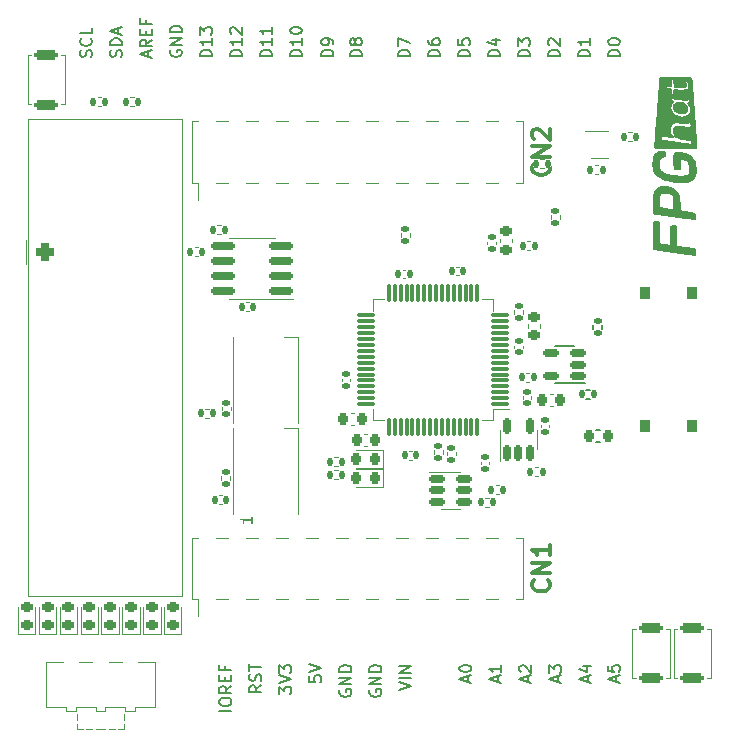
<source format=gto>
G04 #@! TF.GenerationSoftware,KiCad,Pcbnew,6.0.10-86aedd382b~118~ubuntu22.10.1*
G04 #@! TF.CreationDate,2023-02-02T20:30:57+01:00*
G04 #@! TF.ProjectId,FPGHat,46504748-6174-42e6-9b69-6361645f7063,rev?*
G04 #@! TF.SameCoordinates,Original*
G04 #@! TF.FileFunction,Legend,Top*
G04 #@! TF.FilePolarity,Positive*
%FSLAX46Y46*%
G04 Gerber Fmt 4.6, Leading zero omitted, Abs format (unit mm)*
G04 Created by KiCad (PCBNEW 6.0.10-86aedd382b~118~ubuntu22.10.1) date 2023-02-02 20:30:57*
%MOMM*%
%LPD*%
G01*
G04 APERTURE LIST*
G04 Aperture macros list*
%AMRoundRect*
0 Rectangle with rounded corners*
0 $1 Rounding radius*
0 $2 $3 $4 $5 $6 $7 $8 $9 X,Y pos of 4 corners*
0 Add a 4 corners polygon primitive as box body*
4,1,4,$2,$3,$4,$5,$6,$7,$8,$9,$2,$3,0*
0 Add four circle primitives for the rounded corners*
1,1,$1+$1,$2,$3*
1,1,$1+$1,$4,$5*
1,1,$1+$1,$6,$7*
1,1,$1+$1,$8,$9*
0 Add four rect primitives between the rounded corners*
20,1,$1+$1,$2,$3,$4,$5,0*
20,1,$1+$1,$4,$5,$6,$7,0*
20,1,$1+$1,$6,$7,$8,$9,0*
20,1,$1+$1,$8,$9,$2,$3,0*%
G04 Aperture macros list end*
%ADD10C,0.300000*%
%ADD11C,0.150000*%
%ADD12C,0.120000*%
%ADD13RoundRect,0.225000X-0.225000X-0.250000X0.225000X-0.250000X0.225000X0.250000X-0.225000X0.250000X0*%
%ADD14RoundRect,0.140000X0.140000X0.170000X-0.140000X0.170000X-0.140000X-0.170000X0.140000X-0.170000X0*%
%ADD15RoundRect,0.140000X-0.170000X0.140000X-0.170000X-0.140000X0.170000X-0.140000X0.170000X0.140000X0*%
%ADD16R,1.000000X3.150000*%
%ADD17RoundRect,0.135000X-0.135000X-0.185000X0.135000X-0.185000X0.135000X0.185000X-0.135000X0.185000X0*%
%ADD18RoundRect,0.225000X0.225000X0.250000X-0.225000X0.250000X-0.225000X-0.250000X0.225000X-0.250000X0*%
%ADD19RoundRect,0.135000X0.135000X0.185000X-0.135000X0.185000X-0.135000X-0.185000X0.135000X-0.185000X0*%
%ADD20RoundRect,0.140000X0.170000X-0.140000X0.170000X0.140000X-0.170000X0.140000X-0.170000X-0.140000X0*%
%ADD21RoundRect,0.218750X0.256250X-0.218750X0.256250X0.218750X-0.256250X0.218750X-0.256250X-0.218750X0*%
%ADD22RoundRect,0.135000X-0.185000X0.135000X-0.185000X-0.135000X0.185000X-0.135000X0.185000X0.135000X0*%
%ADD23RoundRect,0.225000X-0.250000X0.225000X-0.250000X-0.225000X0.250000X-0.225000X0.250000X0.225000X0*%
%ADD24R,0.900000X1.500000*%
%ADD25RoundRect,0.375000X-0.375000X-0.375000X0.375000X-0.375000X0.375000X0.375000X-0.375000X0.375000X0*%
%ADD26C,1.500000*%
%ADD27RoundRect,0.135000X0.185000X-0.135000X0.185000X0.135000X-0.185000X0.135000X-0.185000X-0.135000X0*%
%ADD28RoundRect,0.150000X0.825000X0.150000X-0.825000X0.150000X-0.825000X-0.150000X0.825000X-0.150000X0*%
%ADD29R,0.750000X0.400000*%
%ADD30R,0.750000X0.800000*%
%ADD31RoundRect,0.140000X-0.140000X-0.170000X0.140000X-0.170000X0.140000X0.170000X-0.140000X0.170000X0*%
%ADD32RoundRect,0.200000X-0.800000X0.200000X-0.800000X-0.200000X0.800000X-0.200000X0.800000X0.200000X0*%
%ADD33RoundRect,0.218750X0.218750X0.256250X-0.218750X0.256250X-0.218750X-0.256250X0.218750X-0.256250X0*%
%ADD34RoundRect,0.075000X0.700000X0.075000X-0.700000X0.075000X-0.700000X-0.075000X0.700000X-0.075000X0*%
%ADD35RoundRect,0.075000X0.075000X0.700000X-0.075000X0.700000X-0.075000X-0.700000X0.075000X-0.700000X0*%
%ADD36C,0.900000*%
%ADD37R,1.250000X2.500000*%
%ADD38RoundRect,0.150000X0.150000X-0.512500X0.150000X0.512500X-0.150000X0.512500X-0.150000X-0.512500X0*%
%ADD39R,1.000000X1.500000*%
%ADD40RoundRect,0.150000X0.512500X0.150000X-0.512500X0.150000X-0.512500X-0.150000X0.512500X-0.150000X0*%
%ADD41R,0.950000X0.600000*%
%ADD42R,0.950000X0.300000*%
%ADD43RoundRect,0.500000X0.400000X0.000000X0.400000X0.000000X-0.400000X0.000000X-0.400000X0.000000X0*%
%ADD44O,1.727200X1.727200*%
%ADD45R,1.727200X1.727200*%
%ADD46RoundRect,0.150000X-0.512500X-0.150000X0.512500X-0.150000X0.512500X0.150000X-0.512500X0.150000X0*%
%ADD47RoundRect,0.225000X0.250000X-0.225000X0.250000X0.225000X-0.250000X0.225000X-0.250000X-0.225000X0*%
G04 APERTURE END LIST*
D10*
X65610714Y-33435714D02*
X65682142Y-33507142D01*
X65753571Y-33721428D01*
X65753571Y-33864285D01*
X65682142Y-34078571D01*
X65539285Y-34221428D01*
X65396428Y-34292857D01*
X65110714Y-34364285D01*
X64896428Y-34364285D01*
X64610714Y-34292857D01*
X64467857Y-34221428D01*
X64325000Y-34078571D01*
X64253571Y-33864285D01*
X64253571Y-33721428D01*
X64325000Y-33507142D01*
X64396428Y-33435714D01*
X65753571Y-32792857D02*
X64253571Y-32792857D01*
X65753571Y-31935714D01*
X64253571Y-31935714D01*
X64396428Y-31292857D02*
X64325000Y-31221428D01*
X64253571Y-31078571D01*
X64253571Y-30721428D01*
X64325000Y-30578571D01*
X64396428Y-30507142D01*
X64539285Y-30435714D01*
X64682142Y-30435714D01*
X64896428Y-30507142D01*
X65753571Y-31364285D01*
X65753571Y-30435714D01*
X65610714Y-68685714D02*
X65682142Y-68757142D01*
X65753571Y-68971428D01*
X65753571Y-69114285D01*
X65682142Y-69328571D01*
X65539285Y-69471428D01*
X65396428Y-69542857D01*
X65110714Y-69614285D01*
X64896428Y-69614285D01*
X64610714Y-69542857D01*
X64467857Y-69471428D01*
X64325000Y-69328571D01*
X64253571Y-69114285D01*
X64253571Y-68971428D01*
X64325000Y-68757142D01*
X64396428Y-68685714D01*
X65753571Y-68042857D02*
X64253571Y-68042857D01*
X65753571Y-67185714D01*
X64253571Y-67185714D01*
X65753571Y-65685714D02*
X65753571Y-66542857D01*
X65753571Y-66114285D02*
X64253571Y-66114285D01*
X64467857Y-66257142D01*
X64610714Y-66400000D01*
X64682142Y-66542857D01*
D11*
X40502380Y-63289285D02*
X40502380Y-63860714D01*
X40502380Y-63575000D02*
X39502380Y-63575000D01*
X39645238Y-63670238D01*
X39740476Y-63765476D01*
X39788095Y-63860714D01*
X33625000Y-23798285D02*
X33577380Y-23893523D01*
X33577380Y-24036381D01*
X33625000Y-24179238D01*
X33720238Y-24274476D01*
X33815476Y-24322095D01*
X34005952Y-24369714D01*
X34148809Y-24369714D01*
X34339285Y-24322095D01*
X34434523Y-24274476D01*
X34529761Y-24179238D01*
X34577380Y-24036381D01*
X34577380Y-23941142D01*
X34529761Y-23798285D01*
X34482142Y-23750666D01*
X34148809Y-23750666D01*
X34148809Y-23941142D01*
X34577380Y-23322095D02*
X33577380Y-23322095D01*
X34577380Y-22750666D01*
X33577380Y-22750666D01*
X34577380Y-22274476D02*
X33577380Y-22274476D01*
X33577380Y-22036381D01*
X33625000Y-21893523D01*
X33720238Y-21798285D01*
X33815476Y-21750666D01*
X34005952Y-21703047D01*
X34148809Y-21703047D01*
X34339285Y-21750666D01*
X34434523Y-21798285D01*
X34529761Y-21893523D01*
X34577380Y-22036381D01*
X34577380Y-22274476D01*
X49817380Y-24322095D02*
X48817380Y-24322095D01*
X48817380Y-24084000D01*
X48865000Y-23941142D01*
X48960238Y-23845904D01*
X49055476Y-23798285D01*
X49245952Y-23750666D01*
X49388809Y-23750666D01*
X49579285Y-23798285D01*
X49674523Y-23845904D01*
X49769761Y-23941142D01*
X49817380Y-24084000D01*
X49817380Y-24322095D01*
X49245952Y-23179238D02*
X49198333Y-23274476D01*
X49150714Y-23322095D01*
X49055476Y-23369714D01*
X49007857Y-23369714D01*
X48912619Y-23322095D01*
X48865000Y-23274476D01*
X48817380Y-23179238D01*
X48817380Y-22988761D01*
X48865000Y-22893523D01*
X48912619Y-22845904D01*
X49007857Y-22798285D01*
X49055476Y-22798285D01*
X49150714Y-22845904D01*
X49198333Y-22893523D01*
X49245952Y-22988761D01*
X49245952Y-23179238D01*
X49293571Y-23274476D01*
X49341190Y-23322095D01*
X49436428Y-23369714D01*
X49626904Y-23369714D01*
X49722142Y-23322095D01*
X49769761Y-23274476D01*
X49817380Y-23179238D01*
X49817380Y-22988761D01*
X49769761Y-22893523D01*
X49722142Y-22845904D01*
X49626904Y-22798285D01*
X49436428Y-22798285D01*
X49341190Y-22845904D01*
X49293571Y-22893523D01*
X49245952Y-22988761D01*
X29449761Y-24369713D02*
X29497380Y-24226856D01*
X29497380Y-23988761D01*
X29449761Y-23893523D01*
X29402142Y-23845904D01*
X29306904Y-23798285D01*
X29211666Y-23798285D01*
X29116428Y-23845904D01*
X29068809Y-23893523D01*
X29021190Y-23988761D01*
X28973571Y-24179237D01*
X28925952Y-24274475D01*
X28878333Y-24322094D01*
X28783095Y-24369713D01*
X28687857Y-24369713D01*
X28592619Y-24322094D01*
X28545000Y-24274475D01*
X28497380Y-24179237D01*
X28497380Y-23941142D01*
X28545000Y-23798285D01*
X29497380Y-23369713D02*
X28497380Y-23369713D01*
X28497380Y-23131618D01*
X28545000Y-22988761D01*
X28640238Y-22893523D01*
X28735476Y-22845904D01*
X28925952Y-22798285D01*
X29068809Y-22798285D01*
X29259285Y-22845904D01*
X29354523Y-22893523D01*
X29449761Y-22988761D01*
X29497380Y-23131618D01*
X29497380Y-23369713D01*
X29211666Y-22417332D02*
X29211666Y-21941142D01*
X29497380Y-22512570D02*
X28497380Y-22179237D01*
X29497380Y-21845904D01*
X71375666Y-77289190D02*
X71375666Y-76813000D01*
X71661380Y-77384428D02*
X70661380Y-77051095D01*
X71661380Y-76717762D01*
X70661380Y-75908238D02*
X70661380Y-76384428D01*
X71137571Y-76432047D01*
X71089952Y-76384428D01*
X71042333Y-76289190D01*
X71042333Y-76051095D01*
X71089952Y-75955857D01*
X71137571Y-75908238D01*
X71232809Y-75860619D01*
X71470904Y-75860619D01*
X71566142Y-75908238D01*
X71613761Y-75955857D01*
X71661380Y-76051095D01*
X71661380Y-76289190D01*
X71613761Y-76384428D01*
X71566142Y-76432047D01*
X56421380Y-24322095D02*
X55421380Y-24322095D01*
X55421380Y-24084000D01*
X55469000Y-23941142D01*
X55564238Y-23845904D01*
X55659476Y-23798285D01*
X55849952Y-23750666D01*
X55992809Y-23750666D01*
X56183285Y-23798285D01*
X56278523Y-23845904D01*
X56373761Y-23941142D01*
X56421380Y-24084000D01*
X56421380Y-24322095D01*
X55421380Y-22893523D02*
X55421380Y-23084000D01*
X55469000Y-23179238D01*
X55516619Y-23226857D01*
X55659476Y-23322095D01*
X55849952Y-23369714D01*
X56230904Y-23369714D01*
X56326142Y-23322095D01*
X56373761Y-23274476D01*
X56421380Y-23179238D01*
X56421380Y-22988761D01*
X56373761Y-22893523D01*
X56326142Y-22845904D01*
X56230904Y-22798285D01*
X55992809Y-22798285D01*
X55897571Y-22845904D01*
X55849952Y-22893523D01*
X55802333Y-22988761D01*
X55802333Y-23179238D01*
X55849952Y-23274476D01*
X55897571Y-23322095D01*
X55992809Y-23369714D01*
X61342666Y-77289190D02*
X61342666Y-76813000D01*
X61628380Y-77384428D02*
X60628380Y-77051095D01*
X61628380Y-76717762D01*
X61628380Y-75860619D02*
X61628380Y-76432047D01*
X61628380Y-76146333D02*
X60628380Y-76146333D01*
X60771238Y-76241571D01*
X60866476Y-76336809D01*
X60914095Y-76432047D01*
X26909761Y-24369714D02*
X26957380Y-24226857D01*
X26957380Y-23988761D01*
X26909761Y-23893523D01*
X26862142Y-23845904D01*
X26766904Y-23798285D01*
X26671666Y-23798285D01*
X26576428Y-23845904D01*
X26528809Y-23893523D01*
X26481190Y-23988761D01*
X26433571Y-24179238D01*
X26385952Y-24274476D01*
X26338333Y-24322095D01*
X26243095Y-24369714D01*
X26147857Y-24369714D01*
X26052619Y-24322095D01*
X26005000Y-24274476D01*
X25957380Y-24179238D01*
X25957380Y-23941142D01*
X26005000Y-23798285D01*
X26862142Y-22798285D02*
X26909761Y-22845904D01*
X26957380Y-22988761D01*
X26957380Y-23083999D01*
X26909761Y-23226857D01*
X26814523Y-23322095D01*
X26719285Y-23369714D01*
X26528809Y-23417333D01*
X26385952Y-23417333D01*
X26195476Y-23369714D01*
X26100238Y-23322095D01*
X26005000Y-23226857D01*
X25957380Y-23083999D01*
X25957380Y-22988761D01*
X26005000Y-22845904D01*
X26052619Y-22798285D01*
X26957380Y-21893523D02*
X26957380Y-22369714D01*
X25957380Y-22369714D01*
X68962666Y-77289190D02*
X68962666Y-76813000D01*
X69248380Y-77384428D02*
X68248380Y-77051095D01*
X69248380Y-76717762D01*
X68581714Y-75955857D02*
X69248380Y-75955857D01*
X68200761Y-76193952D02*
X68915047Y-76432047D01*
X68915047Y-75813000D01*
X71661380Y-24322095D02*
X70661380Y-24322095D01*
X70661380Y-24084000D01*
X70709000Y-23941142D01*
X70804238Y-23845904D01*
X70899476Y-23798285D01*
X71089952Y-23750666D01*
X71232809Y-23750666D01*
X71423285Y-23798285D01*
X71518523Y-23845904D01*
X71613761Y-23941142D01*
X71661380Y-24084000D01*
X71661380Y-24322095D01*
X70661380Y-23131619D02*
X70661380Y-23036380D01*
X70709000Y-22941142D01*
X70756619Y-22893523D01*
X70851857Y-22845904D01*
X71042333Y-22798285D01*
X71280428Y-22798285D01*
X71470904Y-22845904D01*
X71566142Y-22893523D01*
X71613761Y-22941142D01*
X71661380Y-23036380D01*
X71661380Y-23131619D01*
X71613761Y-23226857D01*
X71566142Y-23274476D01*
X71470904Y-23322095D01*
X71280428Y-23369714D01*
X71042333Y-23369714D01*
X70851857Y-23322095D01*
X70756619Y-23274476D01*
X70709000Y-23226857D01*
X70661380Y-23131619D01*
X58802666Y-77289190D02*
X58802666Y-76813000D01*
X59088380Y-77384428D02*
X58088380Y-77051095D01*
X59088380Y-76717762D01*
X58088380Y-76193952D02*
X58088380Y-76098714D01*
X58136000Y-76003476D01*
X58183619Y-75955857D01*
X58278857Y-75908238D01*
X58469333Y-75860619D01*
X58707428Y-75860619D01*
X58897904Y-75908238D01*
X58993142Y-75955857D01*
X59040761Y-76003476D01*
X59088380Y-76098714D01*
X59088380Y-76193952D01*
X59040761Y-76289190D01*
X58993142Y-76336809D01*
X58897904Y-76384428D01*
X58707428Y-76432047D01*
X58469333Y-76432047D01*
X58278857Y-76384428D01*
X58183619Y-76336809D01*
X58136000Y-76289190D01*
X58088380Y-76193952D01*
X69121380Y-24322095D02*
X68121380Y-24322095D01*
X68121380Y-24084000D01*
X68169000Y-23941142D01*
X68264238Y-23845904D01*
X68359476Y-23798285D01*
X68549952Y-23750666D01*
X68692809Y-23750666D01*
X68883285Y-23798285D01*
X68978523Y-23845904D01*
X69073761Y-23941142D01*
X69121380Y-24084000D01*
X69121380Y-24322095D01*
X69121380Y-22798285D02*
X69121380Y-23369714D01*
X69121380Y-23084000D02*
X68121380Y-23084000D01*
X68264238Y-23179238D01*
X68359476Y-23274476D01*
X68407095Y-23369714D01*
X66422666Y-77289190D02*
X66422666Y-76813000D01*
X66708380Y-77384428D02*
X65708380Y-77051095D01*
X66708380Y-76717762D01*
X65708380Y-76479666D02*
X65708380Y-75860619D01*
X66089333Y-76193952D01*
X66089333Y-76051095D01*
X66136952Y-75955857D01*
X66184571Y-75908238D01*
X66279809Y-75860619D01*
X66517904Y-75860619D01*
X66613142Y-75908238D01*
X66660761Y-75955857D01*
X66708380Y-76051095D01*
X66708380Y-76336809D01*
X66660761Y-76432047D01*
X66613142Y-76479666D01*
X37117380Y-24322094D02*
X36117380Y-24322094D01*
X36117380Y-24083999D01*
X36165000Y-23941142D01*
X36260238Y-23845904D01*
X36355476Y-23798285D01*
X36545952Y-23750666D01*
X36688809Y-23750666D01*
X36879285Y-23798285D01*
X36974523Y-23845904D01*
X37069761Y-23941142D01*
X37117380Y-24083999D01*
X37117380Y-24322094D01*
X37117380Y-22798285D02*
X37117380Y-23369713D01*
X37117380Y-23083999D02*
X36117380Y-23083999D01*
X36260238Y-23179237D01*
X36355476Y-23274475D01*
X36403095Y-23369713D01*
X36117380Y-22464951D02*
X36117380Y-21845904D01*
X36498333Y-22179237D01*
X36498333Y-22036380D01*
X36545952Y-21941142D01*
X36593571Y-21893523D01*
X36688809Y-21845904D01*
X36926904Y-21845904D01*
X37022142Y-21893523D01*
X37069761Y-21941142D01*
X37117380Y-22036380D01*
X37117380Y-22322094D01*
X37069761Y-22417332D01*
X37022142Y-22464951D01*
X38768380Y-79717761D02*
X37768380Y-79717761D01*
X37768380Y-79051095D02*
X37768380Y-78860619D01*
X37816000Y-78765380D01*
X37911238Y-78670142D01*
X38101714Y-78622523D01*
X38435047Y-78622523D01*
X38625523Y-78670142D01*
X38720761Y-78765380D01*
X38768380Y-78860619D01*
X38768380Y-79051095D01*
X38720761Y-79146333D01*
X38625523Y-79241571D01*
X38435047Y-79289190D01*
X38101714Y-79289190D01*
X37911238Y-79241571D01*
X37816000Y-79146333D01*
X37768380Y-79051095D01*
X38768380Y-77622523D02*
X38292190Y-77955857D01*
X38768380Y-78193952D02*
X37768380Y-78193952D01*
X37768380Y-77813000D01*
X37816000Y-77717761D01*
X37863619Y-77670142D01*
X37958857Y-77622523D01*
X38101714Y-77622523D01*
X38196952Y-77670142D01*
X38244571Y-77717761D01*
X38292190Y-77813000D01*
X38292190Y-78193952D01*
X38244571Y-77193952D02*
X38244571Y-76860619D01*
X38768380Y-76717761D02*
X38768380Y-77193952D01*
X37768380Y-77193952D01*
X37768380Y-76717761D01*
X38244571Y-75955857D02*
X38244571Y-76289190D01*
X38768380Y-76289190D02*
X37768380Y-76289190D01*
X37768380Y-75813000D01*
X63882666Y-77289190D02*
X63882666Y-76813000D01*
X64168380Y-77384428D02*
X63168380Y-77051095D01*
X64168380Y-76717762D01*
X63263619Y-76432047D02*
X63216000Y-76384428D01*
X63168380Y-76289190D01*
X63168380Y-76051095D01*
X63216000Y-75955857D01*
X63263619Y-75908238D01*
X63358857Y-75860619D01*
X63454095Y-75860619D01*
X63596952Y-75908238D01*
X64168380Y-76479666D01*
X64168380Y-75860619D01*
X61501380Y-24322095D02*
X60501380Y-24322095D01*
X60501380Y-24084000D01*
X60549000Y-23941142D01*
X60644238Y-23845904D01*
X60739476Y-23798285D01*
X60929952Y-23750666D01*
X61072809Y-23750666D01*
X61263285Y-23798285D01*
X61358523Y-23845904D01*
X61453761Y-23941142D01*
X61501380Y-24084000D01*
X61501380Y-24322095D01*
X60834714Y-22893523D02*
X61501380Y-22893523D01*
X60453761Y-23131619D02*
X61168047Y-23369714D01*
X61168047Y-22750666D01*
X39657380Y-24322094D02*
X38657380Y-24322094D01*
X38657380Y-24083999D01*
X38705000Y-23941142D01*
X38800238Y-23845904D01*
X38895476Y-23798285D01*
X39085952Y-23750666D01*
X39228809Y-23750666D01*
X39419285Y-23798285D01*
X39514523Y-23845904D01*
X39609761Y-23941142D01*
X39657380Y-24083999D01*
X39657380Y-24322094D01*
X39657380Y-22798285D02*
X39657380Y-23369713D01*
X39657380Y-23083999D02*
X38657380Y-23083999D01*
X38800238Y-23179237D01*
X38895476Y-23274475D01*
X38943095Y-23369713D01*
X38752619Y-22417332D02*
X38705000Y-22369713D01*
X38657380Y-22274475D01*
X38657380Y-22036380D01*
X38705000Y-21941142D01*
X38752619Y-21893523D01*
X38847857Y-21845904D01*
X38943095Y-21845904D01*
X39085952Y-21893523D01*
X39657380Y-22464951D01*
X39657380Y-21845904D01*
X66581380Y-24322095D02*
X65581380Y-24322095D01*
X65581380Y-24084000D01*
X65629000Y-23941142D01*
X65724238Y-23845904D01*
X65819476Y-23798285D01*
X66009952Y-23750666D01*
X66152809Y-23750666D01*
X66343285Y-23798285D01*
X66438523Y-23845904D01*
X66533761Y-23941142D01*
X66581380Y-24084000D01*
X66581380Y-24322095D01*
X65676619Y-23369714D02*
X65629000Y-23322095D01*
X65581380Y-23226857D01*
X65581380Y-22988761D01*
X65629000Y-22893523D01*
X65676619Y-22845904D01*
X65771857Y-22798285D01*
X65867095Y-22798285D01*
X66009952Y-22845904D01*
X66581380Y-23417333D01*
X66581380Y-22798285D01*
X50516000Y-77955857D02*
X50468380Y-78051095D01*
X50468380Y-78193953D01*
X50516000Y-78336810D01*
X50611238Y-78432048D01*
X50706476Y-78479667D01*
X50896952Y-78527286D01*
X51039809Y-78527286D01*
X51230285Y-78479667D01*
X51325523Y-78432048D01*
X51420761Y-78336810D01*
X51468380Y-78193953D01*
X51468380Y-78098714D01*
X51420761Y-77955857D01*
X51373142Y-77908238D01*
X51039809Y-77908238D01*
X51039809Y-78098714D01*
X51468380Y-77479667D02*
X50468380Y-77479667D01*
X51468380Y-76908238D01*
X50468380Y-76908238D01*
X51468380Y-76432048D02*
X50468380Y-76432048D01*
X50468380Y-76193953D01*
X50516000Y-76051095D01*
X50611238Y-75955857D01*
X50706476Y-75908238D01*
X50896952Y-75860619D01*
X51039809Y-75860619D01*
X51230285Y-75908238D01*
X51325523Y-75955857D01*
X51420761Y-76051095D01*
X51468380Y-76193953D01*
X51468380Y-76432048D01*
X45388380Y-76765381D02*
X45388380Y-77241571D01*
X45864571Y-77289190D01*
X45816952Y-77241571D01*
X45769333Y-77146333D01*
X45769333Y-76908238D01*
X45816952Y-76813000D01*
X45864571Y-76765381D01*
X45959809Y-76717762D01*
X46197904Y-76717762D01*
X46293142Y-76765381D01*
X46340761Y-76813000D01*
X46388380Y-76908238D01*
X46388380Y-77146333D01*
X46340761Y-77241571D01*
X46293142Y-77289190D01*
X45388380Y-76432047D02*
X46388380Y-76098714D01*
X45388380Y-75765381D01*
X44737380Y-24322094D02*
X43737380Y-24322094D01*
X43737380Y-24083999D01*
X43785000Y-23941142D01*
X43880238Y-23845904D01*
X43975476Y-23798285D01*
X44165952Y-23750666D01*
X44308809Y-23750666D01*
X44499285Y-23798285D01*
X44594523Y-23845904D01*
X44689761Y-23941142D01*
X44737380Y-24083999D01*
X44737380Y-24322094D01*
X44737380Y-22798285D02*
X44737380Y-23369713D01*
X44737380Y-23083999D02*
X43737380Y-23083999D01*
X43880238Y-23179237D01*
X43975476Y-23274475D01*
X44023095Y-23369713D01*
X43737380Y-22179237D02*
X43737380Y-22083999D01*
X43785000Y-21988761D01*
X43832619Y-21941142D01*
X43927857Y-21893523D01*
X44118333Y-21845904D01*
X44356428Y-21845904D01*
X44546904Y-21893523D01*
X44642142Y-21941142D01*
X44689761Y-21988761D01*
X44737380Y-22083999D01*
X44737380Y-22179237D01*
X44689761Y-22274475D01*
X44642142Y-22322094D01*
X44546904Y-22369713D01*
X44356428Y-22417332D01*
X44118333Y-22417332D01*
X43927857Y-22369713D01*
X43832619Y-22322094D01*
X43785000Y-22274475D01*
X43737380Y-22179237D01*
X58961380Y-24322095D02*
X57961380Y-24322095D01*
X57961380Y-24084000D01*
X58009000Y-23941142D01*
X58104238Y-23845904D01*
X58199476Y-23798285D01*
X58389952Y-23750666D01*
X58532809Y-23750666D01*
X58723285Y-23798285D01*
X58818523Y-23845904D01*
X58913761Y-23941142D01*
X58961380Y-24084000D01*
X58961380Y-24322095D01*
X57961380Y-22845904D02*
X57961380Y-23322095D01*
X58437571Y-23369714D01*
X58389952Y-23322095D01*
X58342333Y-23226857D01*
X58342333Y-22988761D01*
X58389952Y-22893523D01*
X58437571Y-22845904D01*
X58532809Y-22798285D01*
X58770904Y-22798285D01*
X58866142Y-22845904D01*
X58913761Y-22893523D01*
X58961380Y-22988761D01*
X58961380Y-23226857D01*
X58913761Y-23322095D01*
X58866142Y-23369714D01*
X47976000Y-77955857D02*
X47928380Y-78051095D01*
X47928380Y-78193953D01*
X47976000Y-78336810D01*
X48071238Y-78432048D01*
X48166476Y-78479667D01*
X48356952Y-78527286D01*
X48499809Y-78527286D01*
X48690285Y-78479667D01*
X48785523Y-78432048D01*
X48880761Y-78336810D01*
X48928380Y-78193953D01*
X48928380Y-78098714D01*
X48880761Y-77955857D01*
X48833142Y-77908238D01*
X48499809Y-77908238D01*
X48499809Y-78098714D01*
X48928380Y-77479667D02*
X47928380Y-77479667D01*
X48928380Y-76908238D01*
X47928380Y-76908238D01*
X48928380Y-76432048D02*
X47928380Y-76432048D01*
X47928380Y-76193953D01*
X47976000Y-76051095D01*
X48071238Y-75955857D01*
X48166476Y-75908238D01*
X48356952Y-75860619D01*
X48499809Y-75860619D01*
X48690285Y-75908238D01*
X48785523Y-75955857D01*
X48880761Y-76051095D01*
X48928380Y-76193953D01*
X48928380Y-76432048D01*
X31751666Y-24369713D02*
X31751666Y-23893523D01*
X32037380Y-24464951D02*
X31037380Y-24131618D01*
X32037380Y-23798285D01*
X32037380Y-22893523D02*
X31561190Y-23226856D01*
X32037380Y-23464951D02*
X31037380Y-23464951D01*
X31037380Y-23083999D01*
X31085000Y-22988761D01*
X31132619Y-22941142D01*
X31227857Y-22893523D01*
X31370714Y-22893523D01*
X31465952Y-22941142D01*
X31513571Y-22988761D01*
X31561190Y-23083999D01*
X31561190Y-23464951D01*
X31513571Y-22464951D02*
X31513571Y-22131618D01*
X32037380Y-21988761D02*
X32037380Y-22464951D01*
X31037380Y-22464951D01*
X31037380Y-21988761D01*
X31513571Y-21226856D02*
X31513571Y-21560189D01*
X32037380Y-21560189D02*
X31037380Y-21560189D01*
X31037380Y-21083999D01*
X42197380Y-24322094D02*
X41197380Y-24322094D01*
X41197380Y-24083999D01*
X41245000Y-23941142D01*
X41340238Y-23845904D01*
X41435476Y-23798285D01*
X41625952Y-23750666D01*
X41768809Y-23750666D01*
X41959285Y-23798285D01*
X42054523Y-23845904D01*
X42149761Y-23941142D01*
X42197380Y-24083999D01*
X42197380Y-24322094D01*
X42197380Y-22798285D02*
X42197380Y-23369713D01*
X42197380Y-23083999D02*
X41197380Y-23083999D01*
X41340238Y-23179237D01*
X41435476Y-23274475D01*
X41483095Y-23369713D01*
X42197380Y-21845904D02*
X42197380Y-22417332D01*
X42197380Y-22131618D02*
X41197380Y-22131618D01*
X41340238Y-22226856D01*
X41435476Y-22322094D01*
X41483095Y-22417332D01*
X53881380Y-24322095D02*
X52881380Y-24322095D01*
X52881380Y-24084000D01*
X52929000Y-23941142D01*
X53024238Y-23845904D01*
X53119476Y-23798285D01*
X53309952Y-23750666D01*
X53452809Y-23750666D01*
X53643285Y-23798285D01*
X53738523Y-23845904D01*
X53833761Y-23941142D01*
X53881380Y-24084000D01*
X53881380Y-24322095D01*
X52881380Y-23417333D02*
X52881380Y-22750666D01*
X53881380Y-23179238D01*
X53008380Y-77955857D02*
X54008380Y-77622523D01*
X53008380Y-77289190D01*
X54008380Y-76955857D02*
X53008380Y-76955857D01*
X54008380Y-76479666D02*
X53008380Y-76479666D01*
X54008380Y-75908238D01*
X53008380Y-75908238D01*
X41308380Y-77574905D02*
X40832190Y-77908238D01*
X41308380Y-78146333D02*
X40308380Y-78146333D01*
X40308380Y-77765381D01*
X40356000Y-77670143D01*
X40403619Y-77622524D01*
X40498857Y-77574905D01*
X40641714Y-77574905D01*
X40736952Y-77622524D01*
X40784571Y-77670143D01*
X40832190Y-77765381D01*
X40832190Y-78146333D01*
X41260761Y-77193952D02*
X41308380Y-77051095D01*
X41308380Y-76813000D01*
X41260761Y-76717762D01*
X41213142Y-76670143D01*
X41117904Y-76622524D01*
X41022666Y-76622524D01*
X40927428Y-76670143D01*
X40879809Y-76717762D01*
X40832190Y-76813000D01*
X40784571Y-77003476D01*
X40736952Y-77098714D01*
X40689333Y-77146333D01*
X40594095Y-77193952D01*
X40498857Y-77193952D01*
X40403619Y-77146333D01*
X40356000Y-77098714D01*
X40308380Y-77003476D01*
X40308380Y-76765381D01*
X40356000Y-76622524D01*
X40308380Y-76336809D02*
X40308380Y-75765381D01*
X41308380Y-76051095D02*
X40308380Y-76051095D01*
X47404380Y-24322095D02*
X46404380Y-24322095D01*
X46404380Y-24084000D01*
X46452000Y-23941142D01*
X46547238Y-23845904D01*
X46642476Y-23798285D01*
X46832952Y-23750666D01*
X46975809Y-23750666D01*
X47166285Y-23798285D01*
X47261523Y-23845904D01*
X47356761Y-23941142D01*
X47404380Y-24084000D01*
X47404380Y-24322095D01*
X47404380Y-23274476D02*
X47404380Y-23084000D01*
X47356761Y-22988761D01*
X47309142Y-22941142D01*
X47166285Y-22845904D01*
X46975809Y-22798285D01*
X46594857Y-22798285D01*
X46499619Y-22845904D01*
X46452000Y-22893523D01*
X46404380Y-22988761D01*
X46404380Y-23179238D01*
X46452000Y-23274476D01*
X46499619Y-23322095D01*
X46594857Y-23369714D01*
X46832952Y-23369714D01*
X46928190Y-23322095D01*
X46975809Y-23274476D01*
X47023428Y-23179238D01*
X47023428Y-22988761D01*
X46975809Y-22893523D01*
X46928190Y-22845904D01*
X46832952Y-22798285D01*
X64041380Y-24322095D02*
X63041380Y-24322095D01*
X63041380Y-24084000D01*
X63089000Y-23941142D01*
X63184238Y-23845904D01*
X63279476Y-23798285D01*
X63469952Y-23750666D01*
X63612809Y-23750666D01*
X63803285Y-23798285D01*
X63898523Y-23845904D01*
X63993761Y-23941142D01*
X64041380Y-24084000D01*
X64041380Y-24322095D01*
X63041380Y-23417333D02*
X63041380Y-22798285D01*
X63422333Y-23131619D01*
X63422333Y-22988761D01*
X63469952Y-22893523D01*
X63517571Y-22845904D01*
X63612809Y-22798285D01*
X63850904Y-22798285D01*
X63946142Y-22845904D01*
X63993761Y-22893523D01*
X64041380Y-22988761D01*
X64041380Y-23274476D01*
X63993761Y-23369714D01*
X63946142Y-23417333D01*
X42848380Y-78289191D02*
X42848380Y-77670143D01*
X43229333Y-78003476D01*
X43229333Y-77860619D01*
X43276952Y-77765381D01*
X43324571Y-77717762D01*
X43419809Y-77670143D01*
X43657904Y-77670143D01*
X43753142Y-77717762D01*
X43800761Y-77765381D01*
X43848380Y-77860619D01*
X43848380Y-78146334D01*
X43800761Y-78241572D01*
X43753142Y-78289191D01*
X42848380Y-77384429D02*
X43848380Y-77051096D01*
X42848380Y-76717762D01*
X42848380Y-76479667D02*
X42848380Y-75860619D01*
X43229333Y-76193953D01*
X43229333Y-76051096D01*
X43276952Y-75955857D01*
X43324571Y-75908238D01*
X43419809Y-75860619D01*
X43657904Y-75860619D01*
X43753142Y-75908238D01*
X43800761Y-75955857D01*
X43848380Y-76051096D01*
X43848380Y-76336810D01*
X43800761Y-76432048D01*
X43753142Y-76479667D01*
D12*
X48884420Y-55510000D02*
X49165580Y-55510000D01*
X48884420Y-54490000D02*
X49165580Y-54490000D01*
X54057836Y-58460000D02*
X53842164Y-58460000D01*
X54057836Y-57740000D02*
X53842164Y-57740000D01*
X64966500Y-55492164D02*
X64966500Y-55707836D01*
X65686500Y-55492164D02*
X65686500Y-55707836D01*
X45130000Y-35000000D02*
X46150000Y-35000000D01*
X42590000Y-35000000D02*
X43610000Y-35000000D01*
X55290000Y-35000000D02*
X56310000Y-35000000D01*
X47670000Y-29800000D02*
X48690000Y-29800000D01*
X35990000Y-36440000D02*
X35990000Y-35000000D01*
X55290000Y-29800000D02*
X56310000Y-29800000D01*
X37510000Y-35000000D02*
X38530000Y-35000000D01*
X60370000Y-29800000D02*
X61390000Y-29800000D01*
X40050000Y-35000000D02*
X41070000Y-35000000D01*
X50210000Y-35000000D02*
X51230000Y-35000000D01*
X52750000Y-35000000D02*
X53770000Y-35000000D01*
X42590000Y-29800000D02*
X43610000Y-29800000D01*
X45130000Y-29800000D02*
X46150000Y-29800000D01*
X63480000Y-35000000D02*
X63480000Y-29800000D01*
X62910000Y-35000000D02*
X63480000Y-35000000D01*
X47670000Y-35000000D02*
X48690000Y-35000000D01*
X35420000Y-35000000D02*
X35420000Y-29800000D01*
X40050000Y-29800000D02*
X41070000Y-29800000D01*
X60370000Y-35000000D02*
X61390000Y-35000000D01*
X35420000Y-29800000D02*
X35990000Y-29800000D01*
X37510000Y-29800000D02*
X38530000Y-29800000D01*
X35420000Y-35000000D02*
X35990000Y-35000000D01*
X52750000Y-29800000D02*
X53770000Y-29800000D01*
X50210000Y-29800000D02*
X51230000Y-29800000D01*
X62910000Y-29800000D02*
X63480000Y-29800000D01*
X57830000Y-35000000D02*
X58850000Y-35000000D01*
X57830000Y-29800000D02*
X58850000Y-29800000D01*
X47496359Y-59030000D02*
X47803641Y-59030000D01*
X47496359Y-58270000D02*
X47803641Y-58270000D01*
X50290580Y-57310000D02*
X50009420Y-57310000D01*
X50290580Y-56290000D02*
X50009420Y-56290000D01*
X37893641Y-39380000D02*
X37586359Y-39380000D01*
X37893641Y-38620000D02*
X37586359Y-38620000D01*
X65213641Y-33020000D02*
X64906359Y-33020000D01*
X65213641Y-33780000D02*
X64906359Y-33780000D01*
X60440000Y-40207836D02*
X60440000Y-39992164D01*
X61160000Y-40207836D02*
X61160000Y-39992164D01*
X27485000Y-73185000D02*
X27485000Y-70900000D01*
X26015000Y-70900000D02*
X26015000Y-73185000D01*
X26015000Y-73185000D02*
X27485000Y-73185000D01*
X57020000Y-57796359D02*
X57020000Y-58103641D01*
X57780000Y-57796359D02*
X57780000Y-58103641D01*
X60553641Y-62430000D02*
X60246359Y-62430000D01*
X60553641Y-61670000D02*
X60246359Y-61670000D01*
X72396359Y-31480000D02*
X72703641Y-31480000D01*
X72396359Y-30720000D02*
X72703641Y-30720000D01*
X34535000Y-73185000D02*
X34535000Y-70900000D01*
X33065000Y-73185000D02*
X34535000Y-73185000D01*
X33065000Y-70900000D02*
X33065000Y-73185000D01*
X64906000Y-47000420D02*
X64906000Y-47281580D01*
X63886000Y-47000420D02*
X63886000Y-47281580D01*
X44400000Y-63075000D02*
X44400000Y-55775000D01*
X38900000Y-63075000D02*
X38900000Y-55775000D01*
X44400000Y-55775000D02*
X43250000Y-55775000D01*
X27753641Y-27770000D02*
X27446359Y-27770000D01*
X27753641Y-28530000D02*
X27446359Y-28530000D01*
X30503641Y-27770000D02*
X30196359Y-27770000D01*
X30503641Y-28530000D02*
X30196359Y-28530000D01*
X35656359Y-41230000D02*
X35963641Y-41230000D01*
X35656359Y-40470000D02*
X35963641Y-40470000D01*
X21570000Y-29584000D02*
X34590000Y-29584000D01*
X21570000Y-69984000D02*
X34590000Y-69984000D01*
X34590000Y-29584000D02*
X34590000Y-69984000D01*
X21400000Y-39894000D02*
X21400000Y-41894000D01*
X21570000Y-29584000D02*
X21570000Y-69984000D01*
X66580000Y-38053641D02*
X66580000Y-37746359D01*
X65820000Y-38053641D02*
X65820000Y-37746359D01*
X40525000Y-39705000D02*
X38575000Y-39705000D01*
X40525000Y-39705000D02*
X42475000Y-39705000D01*
X40525000Y-44825000D02*
X38575000Y-44825000D01*
X40525000Y-44825000D02*
X43975000Y-44825000D01*
X69250000Y-32910000D02*
X70650000Y-32910000D01*
X70650000Y-30590000D02*
X68750000Y-30590000D01*
X53292164Y-43110000D02*
X53507836Y-43110000D01*
X53292164Y-42390000D02*
X53507836Y-42390000D01*
X36878641Y-54145000D02*
X36571359Y-54145000D01*
X36878641Y-54905000D02*
X36571359Y-54905000D01*
X53880000Y-39603641D02*
X53880000Y-39296359D01*
X53120000Y-39603641D02*
X53120000Y-39296359D01*
X75570000Y-72780000D02*
X75870000Y-72780000D01*
X73030000Y-76920000D02*
X72730000Y-76920000D01*
X72730000Y-72780000D02*
X73030000Y-72780000D01*
X75870000Y-72780000D02*
X75870000Y-76920000D01*
X72730000Y-76920000D02*
X72730000Y-72780000D01*
X75870000Y-76920000D02*
X75570000Y-76920000D01*
X60610000Y-58857836D02*
X60610000Y-58642164D01*
X59890000Y-58857836D02*
X59890000Y-58642164D01*
D11*
X70012779Y-56960000D02*
X69687221Y-56960000D01*
X70012779Y-55940000D02*
X69687221Y-55940000D01*
D12*
X63696359Y-51880000D02*
X64003641Y-51880000D01*
X63696359Y-51120000D02*
X64003641Y-51120000D01*
X47486359Y-60130000D02*
X47793641Y-60130000D01*
X47486359Y-59370000D02*
X47793641Y-59370000D01*
D11*
X69103641Y-52520000D02*
X68796359Y-52520000D01*
X69103641Y-53280000D02*
X68796359Y-53280000D01*
D12*
X50744500Y-55110000D02*
X50744500Y-54160000D01*
X60964500Y-54160000D02*
X62304500Y-54160000D01*
X60964500Y-55110000D02*
X60964500Y-54160000D01*
X60014500Y-55110000D02*
X60964500Y-55110000D01*
X51694500Y-55110000D02*
X50744500Y-55110000D01*
X60964500Y-44890000D02*
X60964500Y-45840000D01*
X51694500Y-44890000D02*
X50744500Y-44890000D01*
X50744500Y-44890000D02*
X50744500Y-45840000D01*
X60014500Y-44890000D02*
X60964500Y-44890000D01*
X29700000Y-80000000D02*
X29700000Y-80000000D01*
X27300000Y-79400000D02*
X25600000Y-79400000D01*
X24800000Y-79700000D02*
X24800000Y-79400000D01*
X32300000Y-75600000D02*
X32300000Y-79400000D01*
X29800000Y-79700000D02*
X29800000Y-79400000D01*
X25700000Y-81300000D02*
X25700000Y-80800000D01*
X26200000Y-81300000D02*
X26200000Y-81300000D01*
X28400000Y-75600000D02*
X28400000Y-75600000D01*
X27000000Y-75600000D02*
X25900000Y-75600000D01*
X30600000Y-79700000D02*
X29800000Y-79700000D01*
X25700000Y-80800000D02*
X25700000Y-80800000D01*
X29200000Y-81300000D02*
X29200000Y-81300000D01*
X23100000Y-75600000D02*
X24500000Y-75600000D01*
X25700000Y-80000000D02*
X25700000Y-80000000D01*
X30600000Y-79400000D02*
X30600000Y-79700000D01*
X32300000Y-79400000D02*
X30600000Y-79400000D01*
X23100000Y-79400000D02*
X23100000Y-75600000D01*
X29700000Y-80500000D02*
X29700000Y-80000000D01*
X27300000Y-79700000D02*
X27300000Y-79400000D01*
X25600000Y-79400000D02*
X25600000Y-79700000D01*
X29700000Y-81300000D02*
X29200000Y-81300000D01*
X25900000Y-75600000D02*
X25900000Y-75600000D01*
X30900000Y-75600000D02*
X32300000Y-75600000D01*
X28100000Y-79700000D02*
X27300000Y-79700000D01*
X27000000Y-81300000D02*
X27000000Y-81300000D01*
X27300000Y-81300000D02*
X27300000Y-81300000D01*
X29500000Y-75600000D02*
X28400000Y-75600000D01*
X25700000Y-81300000D02*
X26200000Y-81300000D01*
X28400000Y-81300000D02*
X28400000Y-81300000D01*
X28100000Y-81300000D02*
X27300000Y-81300000D01*
X23100000Y-79400000D02*
X23100000Y-79400000D01*
X24800000Y-79400000D02*
X23100000Y-79400000D01*
X28100000Y-79400000D02*
X28100000Y-79700000D01*
X29700000Y-80800000D02*
X29700000Y-80800000D01*
X29800000Y-79400000D02*
X28100000Y-79400000D01*
X25600000Y-79700000D02*
X24800000Y-79700000D01*
X25700000Y-80500000D02*
X25700000Y-80000000D01*
X29700000Y-81300000D02*
X29700000Y-80800000D01*
X26500000Y-81300000D02*
X27000000Y-81300000D01*
X28900000Y-81300000D02*
X28400000Y-81300000D01*
X64636500Y-56750000D02*
X64636500Y-57550000D01*
X64636500Y-56750000D02*
X64636500Y-55950000D01*
X61516500Y-56750000D02*
X61516500Y-55950000D01*
X61516500Y-56750000D02*
X61516500Y-58550000D01*
X58007836Y-42140000D02*
X57792164Y-42140000D01*
X58007836Y-42860000D02*
X57792164Y-42860000D01*
X61453641Y-60620000D02*
X61146359Y-60620000D01*
X61453641Y-61380000D02*
X61146359Y-61380000D01*
X63480000Y-45796359D02*
X63480000Y-46103641D01*
X62720000Y-45796359D02*
X62720000Y-46103641D01*
X44400000Y-48050000D02*
X43250000Y-48050000D01*
X38900000Y-55350000D02*
X38900000Y-48050000D01*
X44400000Y-55350000D02*
X44400000Y-48050000D01*
D11*
X66950000Y-51960000D02*
X68750000Y-51960000D01*
X66950000Y-51960000D02*
X66150000Y-51960000D01*
X66950000Y-48840000D02*
X66150000Y-48840000D01*
X66950000Y-48840000D02*
X67750000Y-48840000D01*
D12*
X48116500Y-51592164D02*
X48116500Y-51807836D01*
X48836500Y-51592164D02*
X48836500Y-51807836D01*
X56680000Y-57646359D02*
X56680000Y-57953641D01*
X55920000Y-57646359D02*
X55920000Y-57953641D01*
X37920000Y-60188641D02*
X37920000Y-59881359D01*
X38680000Y-60188641D02*
X38680000Y-59881359D01*
X37982836Y-61490000D02*
X37767164Y-61490000D01*
X37982836Y-62210000D02*
X37767164Y-62210000D01*
D11*
X69420000Y-47353641D02*
X69420000Y-47046359D01*
X70180000Y-47353641D02*
X70180000Y-47046359D01*
D12*
X24370000Y-24230000D02*
X24670000Y-24230000D01*
X24670000Y-24230000D02*
X24670000Y-28370000D01*
X24670000Y-28370000D02*
X24370000Y-28370000D01*
X21830000Y-28370000D02*
X21530000Y-28370000D01*
X21530000Y-24230000D02*
X21830000Y-24230000D01*
X21530000Y-28370000D02*
X21530000Y-24230000D01*
X65990580Y-52890000D02*
X65709420Y-52890000D01*
X65990580Y-53910000D02*
X65709420Y-53910000D01*
X40257836Y-45140000D02*
X40042164Y-45140000D01*
X40257836Y-45860000D02*
X40042164Y-45860000D01*
X64093641Y-40730000D02*
X63786359Y-40730000D01*
X64093641Y-39970000D02*
X63786359Y-39970000D01*
G36*
X77593754Y-32049124D02*
G01*
X77334428Y-32051004D01*
X77045446Y-32052062D01*
X76736534Y-32052324D01*
X76417418Y-32051820D01*
X76097822Y-32050577D01*
X75787471Y-32048623D01*
X75496092Y-32045987D01*
X75233410Y-32042697D01*
X75009149Y-32038781D01*
X74833036Y-32034266D01*
X74714795Y-32029182D01*
X74664152Y-32023555D01*
X74663024Y-32022756D01*
X74664317Y-31981639D01*
X74671080Y-31869538D01*
X74682759Y-31693877D01*
X74698802Y-31462079D01*
X74717804Y-31193563D01*
X75104078Y-31193563D01*
X75112899Y-31299901D01*
X75144547Y-31386191D01*
X75174923Y-31415796D01*
X75241360Y-31434769D01*
X75366117Y-31458431D01*
X75529299Y-31483315D01*
X75656579Y-31499707D01*
X75849160Y-31524159D01*
X76031359Y-31549932D01*
X76177130Y-31573221D01*
X76236464Y-31584459D01*
X76366776Y-31609226D01*
X76540793Y-31638083D01*
X76744144Y-31669111D01*
X76962459Y-31700391D01*
X77181366Y-31730006D01*
X77386497Y-31756037D01*
X77563480Y-31776566D01*
X77697944Y-31789673D01*
X77775520Y-31793441D01*
X77788020Y-31791591D01*
X77806526Y-31742772D01*
X77813228Y-31643920D01*
X77811297Y-31586686D01*
X77799458Y-31403483D01*
X77425929Y-31355859D01*
X77112660Y-31312851D01*
X76867714Y-31270735D01*
X76680919Y-31225687D01*
X76542101Y-31173881D01*
X76441088Y-31111492D01*
X76367707Y-31034695D01*
X76311784Y-30939664D01*
X76310188Y-30936319D01*
X76261628Y-30780985D01*
X76247929Y-30612873D01*
X76268836Y-30461092D01*
X76315170Y-30364744D01*
X76363632Y-30319050D01*
X76428606Y-30290104D01*
X76522756Y-30277144D01*
X76658743Y-30279403D01*
X76849229Y-30296118D01*
X77054997Y-30320078D01*
X77298445Y-30345840D01*
X77476384Y-30353031D01*
X77600104Y-30339995D01*
X77680895Y-30305073D01*
X77730045Y-30246609D01*
X77742277Y-30219190D01*
X77756258Y-30108511D01*
X77723869Y-30007626D01*
X77660099Y-29930579D01*
X77579939Y-29891413D01*
X77498378Y-29904171D01*
X77451705Y-29946969D01*
X77424431Y-29974723D01*
X77382739Y-29988995D01*
X77311073Y-29989895D01*
X77193877Y-29977531D01*
X77015594Y-29952012D01*
X77002987Y-29950121D01*
X76912199Y-29937467D01*
X76753260Y-29915313D01*
X76565008Y-29896757D01*
X76422744Y-29894554D01*
X76310982Y-29908806D01*
X76214234Y-29939615D01*
X76178509Y-29955532D01*
X76048260Y-30057929D01*
X75956983Y-30211510D01*
X75906398Y-30398206D01*
X75898225Y-30599945D01*
X75934184Y-30798656D01*
X76015997Y-30976270D01*
X76074205Y-31051053D01*
X76114837Y-31094953D01*
X76134286Y-31123902D01*
X76122507Y-31138750D01*
X76069457Y-31140345D01*
X75965090Y-31129536D01*
X75799362Y-31107175D01*
X75652824Y-31086685D01*
X75471762Y-31063824D01*
X75316764Y-31048692D01*
X75205947Y-31042781D01*
X75159986Y-31046132D01*
X75119351Y-31098525D01*
X75104078Y-31193563D01*
X74717804Y-31193563D01*
X74718653Y-31181567D01*
X74741761Y-30859765D01*
X74767570Y-30504095D01*
X74795529Y-30121981D01*
X74825082Y-29720846D01*
X74855677Y-29308114D01*
X74886760Y-28891207D01*
X74904782Y-28650858D01*
X75931811Y-28650858D01*
X75968691Y-28880806D01*
X76072573Y-29086728D01*
X76233323Y-29259886D01*
X76440806Y-29391542D01*
X76684888Y-29472959D01*
X76912199Y-29496133D01*
X77177196Y-29468976D01*
X77388637Y-29385698D01*
X77549419Y-29244926D01*
X77602299Y-29168722D01*
X77670957Y-29030218D01*
X77696310Y-28899016D01*
X77682212Y-28743160D01*
X77664055Y-28656601D01*
X77610954Y-28522695D01*
X77529086Y-28400955D01*
X77521301Y-28392536D01*
X77413778Y-28280305D01*
X77518151Y-28240623D01*
X77601995Y-28176518D01*
X77627408Y-28086477D01*
X77597212Y-27993881D01*
X77514225Y-27922113D01*
X77477996Y-27907679D01*
X77393608Y-27907517D01*
X77355558Y-27946912D01*
X77336838Y-27970706D01*
X77304582Y-27985181D01*
X77247090Y-27989959D01*
X77152659Y-27984663D01*
X77009589Y-27968916D01*
X76806177Y-27942342D01*
X76680181Y-27925151D01*
X76399276Y-27889401D01*
X76191925Y-27869349D01*
X76148673Y-27867956D01*
X76059282Y-27865077D01*
X76002723Y-27876441D01*
X75974021Y-27952241D01*
X76004558Y-28037958D01*
X76083083Y-28105069D01*
X76139992Y-28147980D01*
X76131322Y-28177532D01*
X76069958Y-28246670D01*
X76008176Y-28364002D01*
X75958366Y-28500133D01*
X75932917Y-28625670D01*
X75931811Y-28650858D01*
X74904782Y-28650858D01*
X74917777Y-28477549D01*
X74948176Y-28074563D01*
X74977401Y-27689672D01*
X75004900Y-27330300D01*
X75030120Y-27003870D01*
X75037201Y-26913386D01*
X75577941Y-26913386D01*
X75586868Y-27007803D01*
X75628386Y-27053093D01*
X75700813Y-27073491D01*
X75823742Y-27091619D01*
X75922543Y-27098065D01*
X75979627Y-27102548D01*
X76005798Y-27129104D01*
X76008274Y-27197393D01*
X75997286Y-27301690D01*
X75991213Y-27461731D01*
X76022072Y-27559387D01*
X76094432Y-27603943D01*
X76148673Y-27609211D01*
X76220845Y-27591820D01*
X76263603Y-27530970D01*
X76282895Y-27413642D01*
X76285681Y-27309322D01*
X76285681Y-27133821D01*
X76413468Y-27156686D01*
X76756301Y-27206989D01*
X77032068Y-27222054D01*
X77244524Y-27200823D01*
X77397424Y-27142239D01*
X77494524Y-27045243D01*
X77539578Y-26908777D01*
X77543886Y-26838198D01*
X77535032Y-26708983D01*
X77513083Y-26598717D01*
X77506343Y-26579650D01*
X77453109Y-26480250D01*
X77392033Y-26392182D01*
X77329710Y-26327933D01*
X77270276Y-26320540D01*
X77210413Y-26343516D01*
X77105560Y-26391290D01*
X77187107Y-26523235D01*
X77241156Y-26635631D01*
X77268003Y-26740350D01*
X77268653Y-26753852D01*
X77257470Y-26839540D01*
X77216206Y-26895582D01*
X77133289Y-26925946D01*
X76997148Y-26934598D01*
X76796210Y-26925506D01*
X76772865Y-26923829D01*
X76603814Y-26909706D01*
X76461318Y-26894647D01*
X76365822Y-26880965D01*
X76340991Y-26874963D01*
X76310908Y-26839913D01*
X76293294Y-26755022D01*
X76286111Y-26608088D01*
X76285681Y-26544143D01*
X76284230Y-26388867D01*
X76276525Y-26294744D01*
X76257533Y-26244298D01*
X76222225Y-26220054D01*
X76189619Y-26210438D01*
X76105828Y-26199313D01*
X76052596Y-26224622D01*
X76023408Y-26298156D01*
X76011749Y-26431708D01*
X76010449Y-26534792D01*
X76010449Y-26831894D01*
X75577941Y-26777856D01*
X75577941Y-26913386D01*
X75037201Y-26913386D01*
X75052506Y-26717804D01*
X75071505Y-26479527D01*
X75086564Y-26296461D01*
X75097128Y-26176030D01*
X75102645Y-26125656D01*
X75102835Y-26124923D01*
X75141432Y-26122569D01*
X75249466Y-26120416D01*
X75417736Y-26118536D01*
X75637041Y-26116997D01*
X75898180Y-26115870D01*
X76191954Y-26115223D01*
X76401856Y-26115093D01*
X77697598Y-26115093D01*
X77717945Y-26242880D01*
X77724180Y-26302910D01*
X77735559Y-26434660D01*
X77751564Y-26631413D01*
X77771678Y-26886456D01*
X77795385Y-27193072D01*
X77822167Y-27544546D01*
X77851510Y-27934165D01*
X77882894Y-28355212D01*
X77915805Y-28800973D01*
X77936520Y-29083669D01*
X77969971Y-29540619D01*
X78002000Y-29976492D01*
X78032111Y-30384635D01*
X78059808Y-30758395D01*
X78084594Y-31091120D01*
X78105972Y-31376157D01*
X78123446Y-31606854D01*
X78136520Y-31776557D01*
X78144697Y-31878615D01*
X78147092Y-31905023D01*
X78149883Y-31990787D01*
X78139998Y-32032809D01*
X78096547Y-32038263D01*
X77984539Y-32042781D01*
X77813700Y-32046392D01*
X77775520Y-32046866D01*
X77593754Y-32049124D01*
G37*
D11*
X77593754Y-32049124D02*
X77334428Y-32051004D01*
X77045446Y-32052062D01*
X76736534Y-32052324D01*
X76417418Y-32051820D01*
X76097822Y-32050577D01*
X75787471Y-32048623D01*
X75496092Y-32045987D01*
X75233410Y-32042697D01*
X75009149Y-32038781D01*
X74833036Y-32034266D01*
X74714795Y-32029182D01*
X74664152Y-32023555D01*
X74663024Y-32022756D01*
X74664317Y-31981639D01*
X74671080Y-31869538D01*
X74682759Y-31693877D01*
X74698802Y-31462079D01*
X74717804Y-31193563D01*
X75104078Y-31193563D01*
X75112899Y-31299901D01*
X75144547Y-31386191D01*
X75174923Y-31415796D01*
X75241360Y-31434769D01*
X75366117Y-31458431D01*
X75529299Y-31483315D01*
X75656579Y-31499707D01*
X75849160Y-31524159D01*
X76031359Y-31549932D01*
X76177130Y-31573221D01*
X76236464Y-31584459D01*
X76366776Y-31609226D01*
X76540793Y-31638083D01*
X76744144Y-31669111D01*
X76962459Y-31700391D01*
X77181366Y-31730006D01*
X77386497Y-31756037D01*
X77563480Y-31776566D01*
X77697944Y-31789673D01*
X77775520Y-31793441D01*
X77788020Y-31791591D01*
X77806526Y-31742772D01*
X77813228Y-31643920D01*
X77811297Y-31586686D01*
X77799458Y-31403483D01*
X77425929Y-31355859D01*
X77112660Y-31312851D01*
X76867714Y-31270735D01*
X76680919Y-31225687D01*
X76542101Y-31173881D01*
X76441088Y-31111492D01*
X76367707Y-31034695D01*
X76311784Y-30939664D01*
X76310188Y-30936319D01*
X76261628Y-30780985D01*
X76247929Y-30612873D01*
X76268836Y-30461092D01*
X76315170Y-30364744D01*
X76363632Y-30319050D01*
X76428606Y-30290104D01*
X76522756Y-30277144D01*
X76658743Y-30279403D01*
X76849229Y-30296118D01*
X77054997Y-30320078D01*
X77298445Y-30345840D01*
X77476384Y-30353031D01*
X77600104Y-30339995D01*
X77680895Y-30305073D01*
X77730045Y-30246609D01*
X77742277Y-30219190D01*
X77756258Y-30108511D01*
X77723869Y-30007626D01*
X77660099Y-29930579D01*
X77579939Y-29891413D01*
X77498378Y-29904171D01*
X77451705Y-29946969D01*
X77424431Y-29974723D01*
X77382739Y-29988995D01*
X77311073Y-29989895D01*
X77193877Y-29977531D01*
X77015594Y-29952012D01*
X77002987Y-29950121D01*
X76912199Y-29937467D01*
X76753260Y-29915313D01*
X76565008Y-29896757D01*
X76422744Y-29894554D01*
X76310982Y-29908806D01*
X76214234Y-29939615D01*
X76178509Y-29955532D01*
X76048260Y-30057929D01*
X75956983Y-30211510D01*
X75906398Y-30398206D01*
X75898225Y-30599945D01*
X75934184Y-30798656D01*
X76015997Y-30976270D01*
X76074205Y-31051053D01*
X76114837Y-31094953D01*
X76134286Y-31123902D01*
X76122507Y-31138750D01*
X76069457Y-31140345D01*
X75965090Y-31129536D01*
X75799362Y-31107175D01*
X75652824Y-31086685D01*
X75471762Y-31063824D01*
X75316764Y-31048692D01*
X75205947Y-31042781D01*
X75159986Y-31046132D01*
X75119351Y-31098525D01*
X75104078Y-31193563D01*
X74717804Y-31193563D01*
X74718653Y-31181567D01*
X74741761Y-30859765D01*
X74767570Y-30504095D01*
X74795529Y-30121981D01*
X74825082Y-29720846D01*
X74855677Y-29308114D01*
X74886760Y-28891207D01*
X74904782Y-28650858D01*
X75931811Y-28650858D01*
X75968691Y-28880806D01*
X76072573Y-29086728D01*
X76233323Y-29259886D01*
X76440806Y-29391542D01*
X76684888Y-29472959D01*
X76912199Y-29496133D01*
X77177196Y-29468976D01*
X77388637Y-29385698D01*
X77549419Y-29244926D01*
X77602299Y-29168722D01*
X77670957Y-29030218D01*
X77696310Y-28899016D01*
X77682212Y-28743160D01*
X77664055Y-28656601D01*
X77610954Y-28522695D01*
X77529086Y-28400955D01*
X77521301Y-28392536D01*
X77413778Y-28280305D01*
X77518151Y-28240623D01*
X77601995Y-28176518D01*
X77627408Y-28086477D01*
X77597212Y-27993881D01*
X77514225Y-27922113D01*
X77477996Y-27907679D01*
X77393608Y-27907517D01*
X77355558Y-27946912D01*
X77336838Y-27970706D01*
X77304582Y-27985181D01*
X77247090Y-27989959D01*
X77152659Y-27984663D01*
X77009589Y-27968916D01*
X76806177Y-27942342D01*
X76680181Y-27925151D01*
X76399276Y-27889401D01*
X76191925Y-27869349D01*
X76148673Y-27867956D01*
X76059282Y-27865077D01*
X76002723Y-27876441D01*
X75974021Y-27952241D01*
X76004558Y-28037958D01*
X76083083Y-28105069D01*
X76139992Y-28147980D01*
X76131322Y-28177532D01*
X76069958Y-28246670D01*
X76008176Y-28364002D01*
X75958366Y-28500133D01*
X75932917Y-28625670D01*
X75931811Y-28650858D01*
X74904782Y-28650858D01*
X74917777Y-28477549D01*
X74948176Y-28074563D01*
X74977401Y-27689672D01*
X75004900Y-27330300D01*
X75030120Y-27003870D01*
X75037201Y-26913386D01*
X75577941Y-26913386D01*
X75586868Y-27007803D01*
X75628386Y-27053093D01*
X75700813Y-27073491D01*
X75823742Y-27091619D01*
X75922543Y-27098065D01*
X75979627Y-27102548D01*
X76005798Y-27129104D01*
X76008274Y-27197393D01*
X75997286Y-27301690D01*
X75991213Y-27461731D01*
X76022072Y-27559387D01*
X76094432Y-27603943D01*
X76148673Y-27609211D01*
X76220845Y-27591820D01*
X76263603Y-27530970D01*
X76282895Y-27413642D01*
X76285681Y-27309322D01*
X76285681Y-27133821D01*
X76413468Y-27156686D01*
X76756301Y-27206989D01*
X77032068Y-27222054D01*
X77244524Y-27200823D01*
X77397424Y-27142239D01*
X77494524Y-27045243D01*
X77539578Y-26908777D01*
X77543886Y-26838198D01*
X77535032Y-26708983D01*
X77513083Y-26598717D01*
X77506343Y-26579650D01*
X77453109Y-26480250D01*
X77392033Y-26392182D01*
X77329710Y-26327933D01*
X77270276Y-26320540D01*
X77210413Y-26343516D01*
X77105560Y-26391290D01*
X77187107Y-26523235D01*
X77241156Y-26635631D01*
X77268003Y-26740350D01*
X77268653Y-26753852D01*
X77257470Y-26839540D01*
X77216206Y-26895582D01*
X77133289Y-26925946D01*
X76997148Y-26934598D01*
X76796210Y-26925506D01*
X76772865Y-26923829D01*
X76603814Y-26909706D01*
X76461318Y-26894647D01*
X76365822Y-26880965D01*
X76340991Y-26874963D01*
X76310908Y-26839913D01*
X76293294Y-26755022D01*
X76286111Y-26608088D01*
X76285681Y-26544143D01*
X76284230Y-26388867D01*
X76276525Y-26294744D01*
X76257533Y-26244298D01*
X76222225Y-26220054D01*
X76189619Y-26210438D01*
X76105828Y-26199313D01*
X76052596Y-26224622D01*
X76023408Y-26298156D01*
X76011749Y-26431708D01*
X76010449Y-26534792D01*
X76010449Y-26831894D01*
X75577941Y-26777856D01*
X75577941Y-26913386D01*
X75037201Y-26913386D01*
X75052506Y-26717804D01*
X75071505Y-26479527D01*
X75086564Y-26296461D01*
X75097128Y-26176030D01*
X75102645Y-26125656D01*
X75102835Y-26124923D01*
X75141432Y-26122569D01*
X75249466Y-26120416D01*
X75417736Y-26118536D01*
X75637041Y-26116997D01*
X75898180Y-26115870D01*
X76191954Y-26115223D01*
X76401856Y-26115093D01*
X77697598Y-26115093D01*
X77717945Y-26242880D01*
X77724180Y-26302910D01*
X77735559Y-26434660D01*
X77751564Y-26631413D01*
X77771678Y-26886456D01*
X77795385Y-27193072D01*
X77822167Y-27544546D01*
X77851510Y-27934165D01*
X77882894Y-28355212D01*
X77915805Y-28800973D01*
X77936520Y-29083669D01*
X77969971Y-29540619D01*
X78002000Y-29976492D01*
X78032111Y-30384635D01*
X78059808Y-30758395D01*
X78084594Y-31091120D01*
X78105972Y-31376157D01*
X78123446Y-31606854D01*
X78136520Y-31776557D01*
X78144697Y-31878615D01*
X78147092Y-31905023D01*
X78149883Y-31990787D01*
X78139998Y-32032809D01*
X78096547Y-32038263D01*
X77984539Y-32042781D01*
X77813700Y-32046392D01*
X77775520Y-32046866D01*
X77593754Y-32049124D01*
G36*
X74741823Y-38322909D02*
G01*
X74857938Y-38348243D01*
X74939429Y-38380592D01*
X74958067Y-38396270D01*
X74966417Y-38447215D01*
X74973875Y-38564967D01*
X74980066Y-38737697D01*
X74984618Y-38953575D01*
X74987158Y-39200773D01*
X74987556Y-39331289D01*
X74988158Y-40221014D01*
X75279697Y-40264375D01*
X75462816Y-40290612D01*
X75651673Y-40316096D01*
X75790843Y-40333546D01*
X76010449Y-40359357D01*
X76010449Y-39510908D01*
X76011947Y-39260588D01*
X76016138Y-39037599D01*
X76022567Y-38853648D01*
X76030779Y-38720439D01*
X76040320Y-38649680D01*
X76044226Y-38641583D01*
X76100710Y-38635001D01*
X76203089Y-38643025D01*
X76250651Y-38650158D01*
X76423297Y-38679608D01*
X76433875Y-39551747D01*
X76444452Y-40423885D01*
X76571491Y-40444647D01*
X76655044Y-40457314D01*
X76798976Y-40478119D01*
X76985751Y-40504566D01*
X77197833Y-40534160D01*
X77288313Y-40546662D01*
X77499639Y-40576464D01*
X77686939Y-40604159D01*
X77834634Y-40627349D01*
X77927145Y-40643631D01*
X77946904Y-40648148D01*
X77988489Y-40677438D01*
X78009577Y-40746271D01*
X78015700Y-40873440D01*
X78015712Y-40881984D01*
X78015712Y-41095589D01*
X77887926Y-41093766D01*
X77821889Y-41087954D01*
X77687057Y-41072131D01*
X77492469Y-41047492D01*
X77247165Y-41015233D01*
X76960185Y-40976547D01*
X76640568Y-40932631D01*
X76297353Y-40884679D01*
X76167725Y-40866369D01*
X74575310Y-40640796D01*
X74564888Y-39467819D01*
X74554466Y-38294841D01*
X74741823Y-38322909D01*
G37*
X74741823Y-38322909D02*
X74857938Y-38348243D01*
X74939429Y-38380592D01*
X74958067Y-38396270D01*
X74966417Y-38447215D01*
X74973875Y-38564967D01*
X74980066Y-38737697D01*
X74984618Y-38953575D01*
X74987158Y-39200773D01*
X74987556Y-39331289D01*
X74988158Y-40221014D01*
X75279697Y-40264375D01*
X75462816Y-40290612D01*
X75651673Y-40316096D01*
X75790843Y-40333546D01*
X76010449Y-40359357D01*
X76010449Y-39510908D01*
X76011947Y-39260588D01*
X76016138Y-39037599D01*
X76022567Y-38853648D01*
X76030779Y-38720439D01*
X76040320Y-38649680D01*
X76044226Y-38641583D01*
X76100710Y-38635001D01*
X76203089Y-38643025D01*
X76250651Y-38650158D01*
X76423297Y-38679608D01*
X76433875Y-39551747D01*
X76444452Y-40423885D01*
X76571491Y-40444647D01*
X76655044Y-40457314D01*
X76798976Y-40478119D01*
X76985751Y-40504566D01*
X77197833Y-40534160D01*
X77288313Y-40546662D01*
X77499639Y-40576464D01*
X77686939Y-40604159D01*
X77834634Y-40627349D01*
X77927145Y-40643631D01*
X77946904Y-40648148D01*
X77988489Y-40677438D01*
X78009577Y-40746271D01*
X78015700Y-40873440D01*
X78015712Y-40881984D01*
X78015712Y-41095589D01*
X77887926Y-41093766D01*
X77821889Y-41087954D01*
X77687057Y-41072131D01*
X77492469Y-41047492D01*
X77247165Y-41015233D01*
X76960185Y-40976547D01*
X76640568Y-40932631D01*
X76297353Y-40884679D01*
X76167725Y-40866369D01*
X74575310Y-40640796D01*
X74564888Y-39467819D01*
X74554466Y-38294841D01*
X74741823Y-38322909D01*
G36*
X76820246Y-28228526D02*
G01*
X76989149Y-28270026D01*
X77143580Y-28353120D01*
X77269606Y-28478495D01*
X77322784Y-28567862D01*
X77371677Y-28688600D01*
X77379173Y-28783616D01*
X77345997Y-28893593D01*
X77329292Y-28933127D01*
X77263702Y-29041177D01*
X77170243Y-29106302D01*
X77031164Y-29137031D01*
X76893233Y-29142647D01*
X76664622Y-29113897D01*
X76476934Y-29032586D01*
X76339360Y-28906127D01*
X76261089Y-28741935D01*
X76246362Y-28620908D01*
X76278607Y-28464737D01*
X76366052Y-28346726D01*
X76494763Y-28267563D01*
X76650806Y-28227934D01*
X76820246Y-28228526D01*
G37*
X76820246Y-28228526D02*
X76989149Y-28270026D01*
X77143580Y-28353120D01*
X77269606Y-28478495D01*
X77322784Y-28567862D01*
X77371677Y-28688600D01*
X77379173Y-28783616D01*
X77345997Y-28893593D01*
X77329292Y-28933127D01*
X77263702Y-29041177D01*
X77170243Y-29106302D01*
X77031164Y-29137031D01*
X76893233Y-29142647D01*
X76664622Y-29113897D01*
X76476934Y-29032586D01*
X76339360Y-28906127D01*
X76261089Y-28741935D01*
X76246362Y-28620908D01*
X76278607Y-28464737D01*
X76366052Y-28346726D01*
X76494763Y-28267563D01*
X76650806Y-28227934D01*
X76820246Y-28228526D01*
G36*
X75886383Y-37792913D02*
G01*
X75588491Y-37751395D01*
X75313976Y-37712802D01*
X75072961Y-37678525D01*
X74875571Y-37649958D01*
X74731930Y-37628492D01*
X74652161Y-37615520D01*
X74644118Y-37613929D01*
X74613957Y-37605520D01*
X74591573Y-37588284D01*
X74575805Y-37551765D01*
X74565495Y-37485508D01*
X74559484Y-37379058D01*
X74556611Y-37221958D01*
X74556480Y-37190070D01*
X74988158Y-37190070D01*
X75587771Y-37275226D01*
X75798677Y-37304741D01*
X75983703Y-37329811D01*
X76128089Y-37348501D01*
X76217072Y-37358874D01*
X76236533Y-37360338D01*
X76260589Y-37323922D01*
X76277339Y-37225711D01*
X76286984Y-37082193D01*
X76289722Y-36909850D01*
X76285754Y-36725170D01*
X76275279Y-36544636D01*
X76258497Y-36384734D01*
X76235608Y-36261949D01*
X76222736Y-36221597D01*
X76132735Y-36074494D01*
X75991821Y-35966906D01*
X75791261Y-35893644D01*
X75615084Y-35860609D01*
X75375585Y-35843604D01*
X75198967Y-35868761D01*
X75081082Y-35937122D01*
X75033270Y-36006780D01*
X75014403Y-36089404D01*
X74999971Y-36237144D01*
X74990920Y-36436555D01*
X74988158Y-36647930D01*
X74988158Y-37190070D01*
X74556480Y-37190070D01*
X74555718Y-37003753D01*
X74555650Y-36816085D01*
X74558040Y-36491623D01*
X74566693Y-36234800D01*
X74583830Y-36034722D01*
X74611675Y-35880493D01*
X74652451Y-35761221D01*
X74708380Y-35666009D01*
X74781685Y-35583964D01*
X74812857Y-35555465D01*
X74977845Y-35458551D01*
X75190062Y-35404308D01*
X75432521Y-35390019D01*
X75688236Y-35412967D01*
X75940217Y-35470435D01*
X76171478Y-35559706D01*
X76365032Y-35678064D01*
X76503890Y-35822792D01*
X76506226Y-35826289D01*
X76588466Y-35969074D01*
X76647562Y-36121342D01*
X76686690Y-36299047D01*
X76709028Y-36518142D01*
X76717752Y-36794581D01*
X76718189Y-36890656D01*
X76718189Y-37430810D01*
X77062229Y-37479092D01*
X77268030Y-37508341D01*
X77490190Y-37540486D01*
X77683974Y-37569048D01*
X77701161Y-37571621D01*
X77996053Y-37615867D01*
X78007845Y-37841951D01*
X78011379Y-37970693D01*
X78001669Y-38039221D01*
X77974040Y-38065488D01*
X77948866Y-38068431D01*
X77896172Y-38063250D01*
X77775737Y-38048462D01*
X77597686Y-38025460D01*
X77372143Y-37995635D01*
X77109231Y-37960381D01*
X76819075Y-37921089D01*
X76511799Y-37879152D01*
X76236533Y-37841324D01*
X76197526Y-37835963D01*
X75886383Y-37792913D01*
G37*
X75886383Y-37792913D02*
X75588491Y-37751395D01*
X75313976Y-37712802D01*
X75072961Y-37678525D01*
X74875571Y-37649958D01*
X74731930Y-37628492D01*
X74652161Y-37615520D01*
X74644118Y-37613929D01*
X74613957Y-37605520D01*
X74591573Y-37588284D01*
X74575805Y-37551765D01*
X74565495Y-37485508D01*
X74559484Y-37379058D01*
X74556611Y-37221958D01*
X74556480Y-37190070D01*
X74988158Y-37190070D01*
X75587771Y-37275226D01*
X75798677Y-37304741D01*
X75983703Y-37329811D01*
X76128089Y-37348501D01*
X76217072Y-37358874D01*
X76236533Y-37360338D01*
X76260589Y-37323922D01*
X76277339Y-37225711D01*
X76286984Y-37082193D01*
X76289722Y-36909850D01*
X76285754Y-36725170D01*
X76275279Y-36544636D01*
X76258497Y-36384734D01*
X76235608Y-36261949D01*
X76222736Y-36221597D01*
X76132735Y-36074494D01*
X75991821Y-35966906D01*
X75791261Y-35893644D01*
X75615084Y-35860609D01*
X75375585Y-35843604D01*
X75198967Y-35868761D01*
X75081082Y-35937122D01*
X75033270Y-36006780D01*
X75014403Y-36089404D01*
X74999971Y-36237144D01*
X74990920Y-36436555D01*
X74988158Y-36647930D01*
X74988158Y-37190070D01*
X74556480Y-37190070D01*
X74555718Y-37003753D01*
X74555650Y-36816085D01*
X74558040Y-36491623D01*
X74566693Y-36234800D01*
X74583830Y-36034722D01*
X74611675Y-35880493D01*
X74652451Y-35761221D01*
X74708380Y-35666009D01*
X74781685Y-35583964D01*
X74812857Y-35555465D01*
X74977845Y-35458551D01*
X75190062Y-35404308D01*
X75432521Y-35390019D01*
X75688236Y-35412967D01*
X75940217Y-35470435D01*
X76171478Y-35559706D01*
X76365032Y-35678064D01*
X76503890Y-35822792D01*
X76506226Y-35826289D01*
X76588466Y-35969074D01*
X76647562Y-36121342D01*
X76686690Y-36299047D01*
X76709028Y-36518142D01*
X76717752Y-36794581D01*
X76718189Y-36890656D01*
X76718189Y-37430810D01*
X77062229Y-37479092D01*
X77268030Y-37508341D01*
X77490190Y-37540486D01*
X77683974Y-37569048D01*
X77701161Y-37571621D01*
X77996053Y-37615867D01*
X78007845Y-37841951D01*
X78011379Y-37970693D01*
X78001669Y-38039221D01*
X77974040Y-38065488D01*
X77948866Y-38068431D01*
X77896172Y-38063250D01*
X77775737Y-38048462D01*
X77597686Y-38025460D01*
X77372143Y-37995635D01*
X77109231Y-37960381D01*
X76819075Y-37921089D01*
X76511799Y-37879152D01*
X76236533Y-37841324D01*
X76197526Y-37835963D01*
X75886383Y-37792913D01*
G36*
X75354695Y-32374346D02*
G01*
X75429280Y-32386072D01*
X75466073Y-32416827D01*
X75478413Y-32488449D01*
X75479644Y-32578930D01*
X75479644Y-32771405D01*
X75293036Y-32825817D01*
X75148506Y-32885332D01*
X75051817Y-32973880D01*
X74992788Y-33106789D01*
X74961241Y-33299389D01*
X74958648Y-33329360D01*
X74956423Y-33587030D01*
X74998521Y-33801365D01*
X75090420Y-33977532D01*
X75237598Y-34120698D01*
X75445532Y-34236031D01*
X75719702Y-34328699D01*
X76065583Y-34403869D01*
X76104934Y-34410726D01*
X76447441Y-34459921D01*
X76757334Y-34485961D01*
X77024583Y-34488842D01*
X77239159Y-34468561D01*
X77391030Y-34425115D01*
X77417079Y-34411213D01*
X77513219Y-34336018D01*
X77575149Y-34239632D01*
X77609100Y-34104929D01*
X77621297Y-33914778D01*
X77621660Y-33848524D01*
X77599602Y-33578798D01*
X77530845Y-33365624D01*
X77408761Y-33201084D01*
X77226719Y-33077260D01*
X76978090Y-32986234D01*
X76879222Y-32961801D01*
X76718189Y-32925619D01*
X76718189Y-33860914D01*
X76549118Y-33860914D01*
X76433257Y-33850536D01*
X76348266Y-33824587D01*
X76332864Y-33813731D01*
X76312744Y-33760640D01*
X76298416Y-33644465D01*
X76289557Y-33460481D01*
X76285844Y-33203962D01*
X76285681Y-33124417D01*
X76286569Y-32882484D01*
X76289954Y-32707901D01*
X76296924Y-32589390D01*
X76308562Y-32515676D01*
X76325955Y-32475482D01*
X76349862Y-32457656D01*
X76414736Y-32453606D01*
X76536250Y-32462967D01*
X76693921Y-32483780D01*
X76790788Y-32499782D01*
X77160200Y-32585564D01*
X77460194Y-32702369D01*
X77695500Y-32855041D01*
X77870851Y-33048423D01*
X77990980Y-33287360D01*
X78060619Y-33576694D01*
X78082258Y-33821595D01*
X78085784Y-34030267D01*
X78075580Y-34187665D01*
X78048904Y-34320378D01*
X78022269Y-34403670D01*
X77924736Y-34609059D01*
X77792790Y-34762626D01*
X77617658Y-34869168D01*
X77390565Y-34933480D01*
X77102734Y-34960360D01*
X77001161Y-34961842D01*
X76710308Y-34949623D01*
X76375728Y-34915772D01*
X76027961Y-34864502D01*
X75697548Y-34800025D01*
X75526991Y-34758528D01*
X75197753Y-34640184D01*
X74928007Y-34477242D01*
X74720943Y-34272326D01*
X74579754Y-34028058D01*
X74554486Y-33959211D01*
X74522097Y-33800744D01*
X74506386Y-33593058D01*
X74506891Y-33363681D01*
X74523152Y-33140143D01*
X74554708Y-32949970D01*
X74572453Y-32886541D01*
X74680108Y-32678886D01*
X74842133Y-32517328D01*
X75043798Y-32411513D01*
X75270372Y-32371085D01*
X75354695Y-32374346D01*
G37*
X75354695Y-32374346D02*
X75429280Y-32386072D01*
X75466073Y-32416827D01*
X75478413Y-32488449D01*
X75479644Y-32578930D01*
X75479644Y-32771405D01*
X75293036Y-32825817D01*
X75148506Y-32885332D01*
X75051817Y-32973880D01*
X74992788Y-33106789D01*
X74961241Y-33299389D01*
X74958648Y-33329360D01*
X74956423Y-33587030D01*
X74998521Y-33801365D01*
X75090420Y-33977532D01*
X75237598Y-34120698D01*
X75445532Y-34236031D01*
X75719702Y-34328699D01*
X76065583Y-34403869D01*
X76104934Y-34410726D01*
X76447441Y-34459921D01*
X76757334Y-34485961D01*
X77024583Y-34488842D01*
X77239159Y-34468561D01*
X77391030Y-34425115D01*
X77417079Y-34411213D01*
X77513219Y-34336018D01*
X77575149Y-34239632D01*
X77609100Y-34104929D01*
X77621297Y-33914778D01*
X77621660Y-33848524D01*
X77599602Y-33578798D01*
X77530845Y-33365624D01*
X77408761Y-33201084D01*
X77226719Y-33077260D01*
X76978090Y-32986234D01*
X76879222Y-32961801D01*
X76718189Y-32925619D01*
X76718189Y-33860914D01*
X76549118Y-33860914D01*
X76433257Y-33850536D01*
X76348266Y-33824587D01*
X76332864Y-33813731D01*
X76312744Y-33760640D01*
X76298416Y-33644465D01*
X76289557Y-33460481D01*
X76285844Y-33203962D01*
X76285681Y-33124417D01*
X76286569Y-32882484D01*
X76289954Y-32707901D01*
X76296924Y-32589390D01*
X76308562Y-32515676D01*
X76325955Y-32475482D01*
X76349862Y-32457656D01*
X76414736Y-32453606D01*
X76536250Y-32462967D01*
X76693921Y-32483780D01*
X76790788Y-32499782D01*
X77160200Y-32585564D01*
X77460194Y-32702369D01*
X77695500Y-32855041D01*
X77870851Y-33048423D01*
X77990980Y-33287360D01*
X78060619Y-33576694D01*
X78082258Y-33821595D01*
X78085784Y-34030267D01*
X78075580Y-34187665D01*
X78048904Y-34320378D01*
X78022269Y-34403670D01*
X77924736Y-34609059D01*
X77792790Y-34762626D01*
X77617658Y-34869168D01*
X77390565Y-34933480D01*
X77102734Y-34960360D01*
X77001161Y-34961842D01*
X76710308Y-34949623D01*
X76375728Y-34915772D01*
X76027961Y-34864502D01*
X75697548Y-34800025D01*
X75526991Y-34758528D01*
X75197753Y-34640184D01*
X74928007Y-34477242D01*
X74720943Y-34272326D01*
X74579754Y-34028058D01*
X74554486Y-33959211D01*
X74522097Y-33800744D01*
X74506386Y-33593058D01*
X74506891Y-33363681D01*
X74523152Y-33140143D01*
X74554708Y-32949970D01*
X74572453Y-32886541D01*
X74680108Y-32678886D01*
X74842133Y-32517328D01*
X75043798Y-32411513D01*
X75270372Y-32371085D01*
X75354695Y-32374346D01*
D12*
X69843641Y-33520000D02*
X69536359Y-33520000D01*
X69843641Y-34280000D02*
X69536359Y-34280000D01*
X76230000Y-76920000D02*
X76230000Y-72780000D01*
X79070000Y-72780000D02*
X79370000Y-72780000D01*
X79370000Y-76920000D02*
X79070000Y-76920000D01*
X76530000Y-76920000D02*
X76230000Y-76920000D01*
X76230000Y-72780000D02*
X76530000Y-72780000D01*
X79370000Y-72780000D02*
X79370000Y-76920000D01*
X38710000Y-54232836D02*
X38710000Y-54017164D01*
X37990000Y-54232836D02*
X37990000Y-54017164D01*
X57300000Y-59490000D02*
X58100000Y-59490000D01*
X57300000Y-59490000D02*
X55500000Y-59490000D01*
X57300000Y-62610000D02*
X58100000Y-62610000D01*
X57300000Y-62610000D02*
X56500000Y-62610000D01*
X31307855Y-73185000D02*
X32777855Y-73185000D01*
X31307855Y-70900000D02*
X31307855Y-73185000D01*
X32777855Y-73185000D02*
X32777855Y-70900000D01*
X63440000Y-53092164D02*
X63440000Y-53307836D01*
X64160000Y-53092164D02*
X64160000Y-53307836D01*
X22486430Y-73185000D02*
X23956430Y-73185000D01*
X23956430Y-73185000D02*
X23956430Y-70900000D01*
X22486430Y-70900000D02*
X22486430Y-73185000D01*
X51635000Y-60735000D02*
X51635000Y-59265000D01*
X51635000Y-59265000D02*
X49350000Y-59265000D01*
X49350000Y-60735000D02*
X51635000Y-60735000D01*
X37510000Y-70250000D02*
X38530000Y-70250000D01*
X35420000Y-70250000D02*
X35420000Y-65050000D01*
X60370000Y-70250000D02*
X61390000Y-70250000D01*
X50210000Y-65050000D02*
X51230000Y-65050000D01*
X47670000Y-65050000D02*
X48690000Y-65050000D01*
X63480000Y-70250000D02*
X63480000Y-65050000D01*
X35420000Y-70250000D02*
X35990000Y-70250000D01*
X57830000Y-70250000D02*
X58850000Y-70250000D01*
X52750000Y-65050000D02*
X53770000Y-65050000D01*
X37510000Y-65050000D02*
X38530000Y-65050000D01*
X55290000Y-65050000D02*
X56310000Y-65050000D01*
X50210000Y-70250000D02*
X51230000Y-70250000D01*
X45130000Y-65050000D02*
X46150000Y-65050000D01*
X55290000Y-70250000D02*
X56310000Y-70250000D01*
X42590000Y-70250000D02*
X43610000Y-70250000D01*
X57830000Y-65050000D02*
X58850000Y-65050000D01*
X40050000Y-65050000D02*
X41070000Y-65050000D01*
X52750000Y-70250000D02*
X53770000Y-70250000D01*
X60370000Y-65050000D02*
X61390000Y-65050000D01*
X40050000Y-70250000D02*
X41070000Y-70250000D01*
X42590000Y-65050000D02*
X43610000Y-65050000D01*
X35990000Y-71690000D02*
X35990000Y-70250000D01*
X62910000Y-65050000D02*
X63480000Y-65050000D01*
X45130000Y-70250000D02*
X46150000Y-70250000D01*
X47670000Y-70250000D02*
X48690000Y-70250000D01*
X35420000Y-65050000D02*
X35990000Y-65050000D01*
X62910000Y-70250000D02*
X63480000Y-70250000D01*
X29540000Y-70900000D02*
X29540000Y-73185000D01*
X29540000Y-73185000D02*
X31010000Y-73185000D01*
X31010000Y-73185000D02*
X31010000Y-70900000D01*
X61540000Y-40040580D02*
X61540000Y-39759420D01*
X62560000Y-40040580D02*
X62560000Y-39759420D01*
X64456359Y-59120000D02*
X64763641Y-59120000D01*
X64456359Y-59880000D02*
X64763641Y-59880000D01*
X20715000Y-70900000D02*
X20715000Y-73185000D01*
X20715000Y-73185000D02*
X22185000Y-73185000D01*
X22185000Y-73185000D02*
X22185000Y-70900000D01*
X51635000Y-57665000D02*
X49350000Y-57665000D01*
X51635000Y-59135000D02*
X51635000Y-57665000D01*
X49350000Y-59135000D02*
X51635000Y-59135000D01*
X24240000Y-73185000D02*
X25710000Y-73185000D01*
X25710000Y-73185000D02*
X25710000Y-70900000D01*
X24240000Y-70900000D02*
X24240000Y-73185000D01*
X62740000Y-48792164D02*
X62740000Y-49007836D01*
X63460000Y-48792164D02*
X63460000Y-49007836D01*
X27765000Y-73185000D02*
X29235000Y-73185000D01*
X29235000Y-73185000D02*
X29235000Y-70900000D01*
X27765000Y-70900000D02*
X27765000Y-73185000D01*
%LPC*%
D13*
X48250000Y-55000000D03*
X49800000Y-55000000D03*
D14*
X54430000Y-58100000D03*
X53470000Y-58100000D03*
D15*
X65326500Y-55120000D03*
X65326500Y-56080000D03*
D16*
X36750000Y-34925000D03*
X36750000Y-29875000D03*
X39290000Y-34925000D03*
X39290000Y-29875000D03*
X41830000Y-34925000D03*
X41830000Y-29875000D03*
X44370000Y-34925000D03*
X44370000Y-29875000D03*
X46910000Y-34925000D03*
X46910000Y-29875000D03*
X49450000Y-34925000D03*
X49450000Y-29875000D03*
X51990000Y-34925000D03*
X51990000Y-29875000D03*
X54530000Y-34925000D03*
X54530000Y-29875000D03*
X57070000Y-34925000D03*
X57070000Y-29875000D03*
X59610000Y-34925000D03*
X59610000Y-29875000D03*
X62150000Y-34925000D03*
X62150000Y-29875000D03*
D17*
X47140000Y-58650000D03*
X48160000Y-58650000D03*
D18*
X50925000Y-56800000D03*
X49375000Y-56800000D03*
D19*
X38250000Y-39000000D03*
X37230000Y-39000000D03*
X65570000Y-33400000D03*
X64550000Y-33400000D03*
D20*
X60800000Y-40580000D03*
X60800000Y-39620000D03*
D21*
X26750000Y-72487500D03*
X26750000Y-70912500D03*
D22*
X57400000Y-57440000D03*
X57400000Y-58460000D03*
D19*
X60910000Y-62050000D03*
X59890000Y-62050000D03*
D17*
X72040000Y-31100000D03*
X73060000Y-31100000D03*
D21*
X33800000Y-72487500D03*
X33800000Y-70912500D03*
D23*
X64396000Y-46366000D03*
X64396000Y-47916000D03*
D24*
X40000000Y-61875000D03*
X43300000Y-61875000D03*
X43300000Y-56975000D03*
X40000000Y-56975000D03*
D19*
X28110000Y-28150000D03*
X27090000Y-28150000D03*
X30860000Y-28150000D03*
X29840000Y-28150000D03*
D17*
X35300000Y-40850000D03*
X36320000Y-40850000D03*
D25*
X23000000Y-40894000D03*
D26*
X23000000Y-43434000D03*
X23000000Y-45974000D03*
X23000000Y-48514000D03*
X23000000Y-51054000D03*
X23000000Y-53594000D03*
X23000000Y-56134000D03*
X23000000Y-58674000D03*
X33160000Y-58674000D03*
X33160000Y-53594000D03*
X33160000Y-48514000D03*
X33160000Y-45974000D03*
X33160000Y-43434000D03*
X33160000Y-40894000D03*
D27*
X66200000Y-38410000D03*
X66200000Y-37390000D03*
D28*
X43000000Y-44170000D03*
X43000000Y-42900000D03*
X43000000Y-41630000D03*
X43000000Y-40360000D03*
X38050000Y-40360000D03*
X38050000Y-41630000D03*
X38050000Y-42900000D03*
X38050000Y-44170000D03*
D29*
X69125000Y-31100000D03*
D30*
X69125000Y-32250000D03*
D29*
X70775000Y-32400000D03*
X70775000Y-31100000D03*
D31*
X52920000Y-42750000D03*
X53880000Y-42750000D03*
D19*
X37235000Y-54525000D03*
X36215000Y-54525000D03*
D27*
X53500000Y-39960000D03*
X53500000Y-38940000D03*
D32*
X74300000Y-72750000D03*
X74300000Y-76950000D03*
D20*
X60250000Y-59230000D03*
X60250000Y-58270000D03*
D33*
X70637500Y-56450000D03*
X69062500Y-56450000D03*
D17*
X63340000Y-51500000D03*
X64360000Y-51500000D03*
X47130000Y-59750000D03*
X48150000Y-59750000D03*
D19*
X69460000Y-52900000D03*
X68440000Y-52900000D03*
D34*
X61529500Y-53750000D03*
X61529500Y-53250000D03*
X61529500Y-52750000D03*
X61529500Y-52250000D03*
X61529500Y-51750000D03*
X61529500Y-51250000D03*
X61529500Y-50750000D03*
X61529500Y-50250000D03*
X61529500Y-49750000D03*
X61529500Y-49250000D03*
X61529500Y-48750000D03*
X61529500Y-48250000D03*
X61529500Y-47750000D03*
X61529500Y-47250000D03*
X61529500Y-46750000D03*
X61529500Y-46250000D03*
D35*
X59604500Y-44325000D03*
X59104500Y-44325000D03*
X58604500Y-44325000D03*
X58104500Y-44325000D03*
X57604500Y-44325000D03*
X57104500Y-44325000D03*
X56604500Y-44325000D03*
X56104500Y-44325000D03*
X55604500Y-44325000D03*
X55104500Y-44325000D03*
X54604500Y-44325000D03*
X54104500Y-44325000D03*
X53604500Y-44325000D03*
X53104500Y-44325000D03*
X52604500Y-44325000D03*
X52104500Y-44325000D03*
D34*
X50179500Y-46250000D03*
X50179500Y-46750000D03*
X50179500Y-47250000D03*
X50179500Y-47750000D03*
X50179500Y-48250000D03*
X50179500Y-48750000D03*
X50179500Y-49250000D03*
X50179500Y-49750000D03*
X50179500Y-50250000D03*
X50179500Y-50750000D03*
X50179500Y-51250000D03*
X50179500Y-51750000D03*
X50179500Y-52250000D03*
X50179500Y-52750000D03*
X50179500Y-53250000D03*
X50179500Y-53750000D03*
D35*
X52104500Y-55675000D03*
X52604500Y-55675000D03*
X53104500Y-55675000D03*
X53604500Y-55675000D03*
X54104500Y-55675000D03*
X54604500Y-55675000D03*
X55104500Y-55675000D03*
X55604500Y-55675000D03*
X56104500Y-55675000D03*
X56604500Y-55675000D03*
X57104500Y-55675000D03*
X57604500Y-55675000D03*
X58104500Y-55675000D03*
X58604500Y-55675000D03*
X59104500Y-55675000D03*
X59604500Y-55675000D03*
D36*
X24300000Y-77500000D03*
X31100000Y-77500000D03*
D37*
X25200000Y-74750000D03*
X27700000Y-74750000D03*
X30200000Y-74750000D03*
D38*
X62126500Y-57887500D03*
X63076500Y-57887500D03*
X64026500Y-57887500D03*
X64026500Y-55612500D03*
X62126500Y-55612500D03*
D14*
X58380000Y-42500000D03*
X57420000Y-42500000D03*
D19*
X61810000Y-61000000D03*
X60790000Y-61000000D03*
D22*
X63100000Y-45440000D03*
X63100000Y-46460000D03*
D39*
X40050000Y-54150000D03*
X43250000Y-54150000D03*
X43250000Y-49250000D03*
X40050000Y-49250000D03*
D40*
X68087500Y-51350000D03*
X68087500Y-50400000D03*
X68087500Y-49450000D03*
X65812500Y-49450000D03*
X65812500Y-51350000D03*
D15*
X48476500Y-51220000D03*
X48476500Y-52180000D03*
D22*
X56300000Y-57290000D03*
X56300000Y-58310000D03*
D27*
X38300000Y-60545000D03*
X38300000Y-59525000D03*
D14*
X38355000Y-61850000D03*
X37395000Y-61850000D03*
D41*
X72577500Y-46800000D03*
X72577500Y-53200000D03*
X72577500Y-52400000D03*
X72577500Y-47600000D03*
D42*
X72577500Y-51250000D03*
X72577500Y-50250000D03*
X72577500Y-49750000D03*
X72577500Y-48750000D03*
X72577500Y-48250000D03*
X72577500Y-49250000D03*
X72577500Y-50750000D03*
X72577500Y-51750000D03*
D43*
X73800000Y-44380000D03*
X77800000Y-44380000D03*
X77800000Y-55620000D03*
X73800000Y-55620000D03*
D27*
X69800000Y-47710000D03*
X69800000Y-46690000D03*
D32*
X23100000Y-24200000D03*
X23100000Y-28400000D03*
D44*
X35649000Y-74130000D03*
X43269000Y-74130000D03*
X45809000Y-74130000D03*
X58509000Y-74130000D03*
X61049000Y-74130000D03*
X63589000Y-74130000D03*
X66129000Y-74130000D03*
X68669000Y-74130000D03*
X71209000Y-74130000D03*
X31585000Y-25870000D03*
X71209000Y-25870000D03*
X68669000Y-25870000D03*
X66129000Y-25870000D03*
X63589000Y-25870000D03*
X61049000Y-25870000D03*
X58509000Y-25870000D03*
X55969000Y-25870000D03*
X53429000Y-25870000D03*
X49365000Y-25870000D03*
X46825000Y-25870000D03*
X44285000Y-25870000D03*
X41745000Y-25870000D03*
X39205000Y-25870000D03*
X36665000Y-25870000D03*
D45*
X34125000Y-25870000D03*
X48349000Y-74130000D03*
X50889000Y-74130000D03*
D44*
X38189000Y-74130000D03*
X40729000Y-74130000D03*
X26505000Y-25870000D03*
X29045000Y-25870000D03*
X53429000Y-74130000D03*
D18*
X66625000Y-53400000D03*
X65075000Y-53400000D03*
D14*
X40630000Y-45500000D03*
X39670000Y-45500000D03*
D19*
X64450000Y-40350000D03*
X63430000Y-40350000D03*
X70200000Y-33900000D03*
X69180000Y-33900000D03*
D32*
X77800000Y-72750000D03*
X77800000Y-76950000D03*
D20*
X38350000Y-54605000D03*
X38350000Y-53645000D03*
D46*
X56162500Y-60100000D03*
X56162500Y-61050000D03*
X56162500Y-62000000D03*
X58437500Y-62000000D03*
X58437500Y-61050000D03*
X58437500Y-60100000D03*
D21*
X32042855Y-72487500D03*
X32042855Y-70912500D03*
D15*
X63800000Y-52720000D03*
X63800000Y-53680000D03*
D21*
X23221430Y-72487500D03*
X23221430Y-70912500D03*
D33*
X50937500Y-60000000D03*
X49362500Y-60000000D03*
D16*
X36750000Y-70175000D03*
X36750000Y-65125000D03*
X39290000Y-70175000D03*
X39290000Y-65125000D03*
X41830000Y-70175000D03*
X41830000Y-65125000D03*
X44370000Y-70175000D03*
X44370000Y-65125000D03*
X46910000Y-70175000D03*
X46910000Y-65125000D03*
X49450000Y-70175000D03*
X49450000Y-65125000D03*
X51990000Y-70175000D03*
X51990000Y-65125000D03*
X54530000Y-70175000D03*
X54530000Y-65125000D03*
X57070000Y-70175000D03*
X57070000Y-65125000D03*
X59610000Y-70175000D03*
X59610000Y-65125000D03*
X62150000Y-70175000D03*
X62150000Y-65125000D03*
D21*
X30275000Y-72487500D03*
X30275000Y-70912500D03*
D47*
X62050000Y-40675000D03*
X62050000Y-39125000D03*
D17*
X64100000Y-59500000D03*
X65120000Y-59500000D03*
D21*
X21450000Y-72487500D03*
X21450000Y-70912500D03*
D33*
X50937500Y-58400000D03*
X49362500Y-58400000D03*
D21*
X24975000Y-72487500D03*
X24975000Y-70912500D03*
D15*
X63100000Y-48420000D03*
X63100000Y-49380000D03*
D21*
X28500000Y-72487500D03*
X28500000Y-70912500D03*
M02*

</source>
